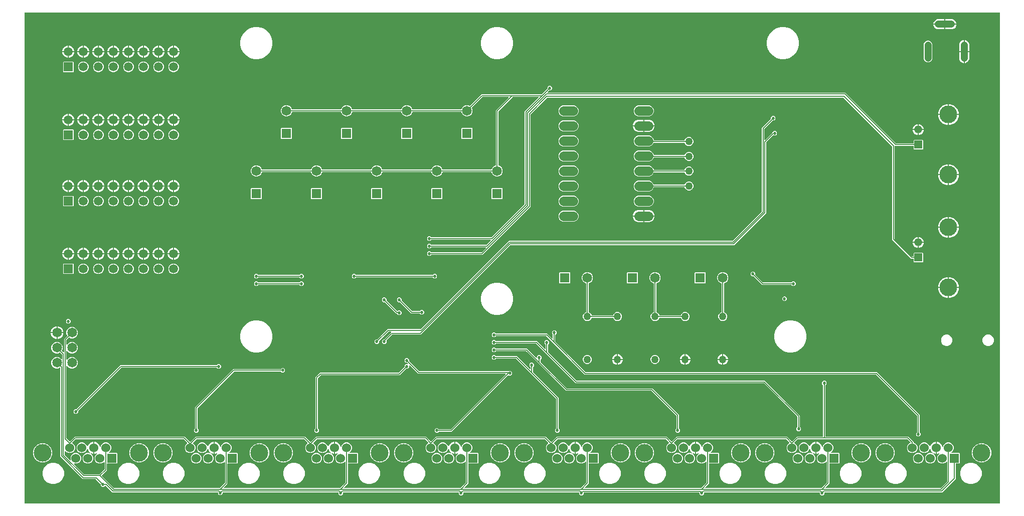
<source format=gbr>
G04 EAGLE Gerber RS-274X export*
G75*
%MOMM*%
%FSLAX34Y34*%
%LPD*%
%INBottom Copper*%
%IPPOS*%
%AMOC8*
5,1,8,0,0,1.08239X$1,22.5*%
G01*
G04 Define Apertures*
%ADD10C,1.575000*%
%ADD11C,1.260000*%
%ADD12R,1.500000X1.500000*%
%ADD13C,1.500000*%
%ADD14R,1.335000X1.335000*%
%ADD15C,1.335000*%
%ADD16C,3.000000*%
%ADD17C,1.650000*%
%ADD18R,1.650000X1.650000*%
%ADD19C,1.524000*%
%ADD20R,1.524000X1.524000*%
%ADD21C,1.200000*%
%ADD22C,0.525000*%
%ADD23C,0.152400*%
G36*
X1584803Y149412D02*
X1584506Y149352D01*
X-60706Y149352D01*
X-60981Y149403D01*
X-61236Y149567D01*
X-61408Y149817D01*
X-61468Y150114D01*
X-61468Y978156D01*
X-61417Y978431D01*
X-61253Y978686D01*
X-61003Y978858D01*
X-60706Y978918D01*
X1584506Y978918D01*
X1584781Y978867D01*
X1585036Y978703D01*
X1585208Y978453D01*
X1585268Y978156D01*
X1585268Y150114D01*
X1585217Y149839D01*
X1585053Y149584D01*
X1584803Y149412D01*
G37*
%LPC*%
G36*
X1473160Y959612D02*
X1491938Y959612D01*
X1491938Y967390D01*
X1480001Y967390D01*
X1476862Y966090D01*
X1474460Y963688D01*
X1473160Y960549D01*
X1473160Y959612D01*
G37*
G36*
X1493462Y959612D02*
X1512240Y959612D01*
X1512240Y960549D01*
X1510940Y963688D01*
X1508538Y966090D01*
X1505399Y967390D01*
X1493462Y967390D01*
X1493462Y959612D01*
G37*
G36*
X1493462Y950310D02*
X1505399Y950310D01*
X1508538Y951610D01*
X1510940Y954012D01*
X1512240Y957151D01*
X1512240Y958088D01*
X1493462Y958088D01*
X1493462Y950310D01*
G37*
G36*
X1480001Y950310D02*
X1491938Y950310D01*
X1491938Y958088D01*
X1473160Y958088D01*
X1473160Y957151D01*
X1474460Y954012D01*
X1476862Y951610D01*
X1480001Y950310D01*
G37*
G36*
X1215641Y900068D02*
X1222759Y900068D01*
X1229634Y901910D01*
X1235798Y905469D01*
X1240831Y910502D01*
X1244390Y916666D01*
X1246232Y923541D01*
X1246232Y930659D01*
X1244390Y937534D01*
X1240831Y943698D01*
X1235798Y948731D01*
X1229634Y952290D01*
X1222759Y954132D01*
X1215641Y954132D01*
X1208766Y952290D01*
X1202602Y948731D01*
X1197569Y943698D01*
X1194010Y937534D01*
X1192168Y930659D01*
X1192168Y923541D01*
X1194010Y916666D01*
X1197569Y910502D01*
X1202602Y905469D01*
X1208766Y901910D01*
X1215641Y900068D01*
G37*
G36*
X733041Y900068D02*
X740159Y900068D01*
X747034Y901910D01*
X753198Y905469D01*
X758231Y910502D01*
X761790Y916666D01*
X763632Y923541D01*
X763632Y930659D01*
X761790Y937534D01*
X758231Y943698D01*
X753198Y948731D01*
X747034Y952290D01*
X740159Y954132D01*
X733041Y954132D01*
X726166Y952290D01*
X720002Y948731D01*
X714969Y943698D01*
X711410Y937534D01*
X709568Y930659D01*
X709568Y923541D01*
X711410Y916666D01*
X714969Y910502D01*
X720002Y905469D01*
X726166Y901910D01*
X733041Y900068D01*
G37*
G36*
X326641Y900068D02*
X333759Y900068D01*
X340634Y901910D01*
X346798Y905469D01*
X351831Y910502D01*
X355390Y916666D01*
X357232Y923541D01*
X357232Y930659D01*
X355390Y937534D01*
X351831Y943698D01*
X346798Y948731D01*
X340634Y952290D01*
X333759Y954132D01*
X326641Y954132D01*
X319766Y952290D01*
X313602Y948731D01*
X308569Y943698D01*
X305010Y937534D01*
X303168Y930659D01*
X303168Y923541D01*
X305010Y916666D01*
X308569Y910502D01*
X313602Y905469D01*
X319766Y901910D01*
X326641Y900068D01*
G37*
G36*
X1516660Y913612D02*
X1524438Y913612D01*
X1524438Y932390D01*
X1523501Y932390D01*
X1520362Y931090D01*
X1517960Y928688D01*
X1516660Y925549D01*
X1516660Y913612D01*
G37*
G36*
X1525962Y913612D02*
X1533740Y913612D01*
X1533740Y925549D01*
X1532440Y928688D01*
X1530038Y931090D01*
X1526899Y932390D01*
X1525962Y932390D01*
X1525962Y913612D01*
G37*
G36*
X1462754Y894580D02*
X1465646Y894580D01*
X1468318Y895687D01*
X1470363Y897732D01*
X1471470Y900404D01*
X1471470Y925296D01*
X1470363Y927968D01*
X1468318Y930013D01*
X1465646Y931120D01*
X1462754Y931120D01*
X1460082Y930013D01*
X1458037Y927968D01*
X1456930Y925296D01*
X1456930Y900404D01*
X1458037Y897732D01*
X1460082Y895687D01*
X1462754Y894580D01*
G37*
G36*
X180460Y913244D02*
X189738Y913244D01*
X189738Y922522D01*
X188503Y922522D01*
X184813Y920993D01*
X181989Y918169D01*
X180460Y914479D01*
X180460Y913244D01*
G37*
G36*
X2660Y913244D02*
X11938Y913244D01*
X11938Y922522D01*
X10703Y922522D01*
X7013Y920993D01*
X4189Y918169D01*
X2660Y914479D01*
X2660Y913244D01*
G37*
G36*
X28060Y913244D02*
X37338Y913244D01*
X37338Y922522D01*
X36103Y922522D01*
X32413Y920993D01*
X29589Y918169D01*
X28060Y914479D01*
X28060Y913244D01*
G37*
G36*
X53460Y913244D02*
X62738Y913244D01*
X62738Y922522D01*
X61503Y922522D01*
X57813Y920993D01*
X54989Y918169D01*
X53460Y914479D01*
X53460Y913244D01*
G37*
G36*
X78860Y913244D02*
X88138Y913244D01*
X88138Y922522D01*
X86903Y922522D01*
X83213Y920993D01*
X80389Y918169D01*
X78860Y914479D01*
X78860Y913244D01*
G37*
G36*
X104260Y913244D02*
X113538Y913244D01*
X113538Y922522D01*
X112303Y922522D01*
X108613Y920993D01*
X105789Y918169D01*
X104260Y914479D01*
X104260Y913244D01*
G37*
G36*
X129660Y913244D02*
X138938Y913244D01*
X138938Y922522D01*
X137703Y922522D01*
X134013Y920993D01*
X131189Y918169D01*
X129660Y914479D01*
X129660Y913244D01*
G37*
G36*
X155060Y913244D02*
X164338Y913244D01*
X164338Y922522D01*
X163103Y922522D01*
X159413Y920993D01*
X156589Y918169D01*
X155060Y914479D01*
X155060Y913244D01*
G37*
G36*
X165862Y913244D02*
X175140Y913244D01*
X175140Y914479D01*
X173612Y918169D01*
X170787Y920993D01*
X167097Y922522D01*
X165862Y922522D01*
X165862Y913244D01*
G37*
G36*
X140462Y913244D02*
X149740Y913244D01*
X149740Y914479D01*
X148212Y918169D01*
X145387Y920993D01*
X141697Y922522D01*
X140462Y922522D01*
X140462Y913244D01*
G37*
G36*
X115062Y913244D02*
X124340Y913244D01*
X124340Y914479D01*
X122812Y918169D01*
X119987Y920993D01*
X116297Y922522D01*
X115062Y922522D01*
X115062Y913244D01*
G37*
G36*
X89662Y913244D02*
X98940Y913244D01*
X98940Y914479D01*
X97412Y918169D01*
X94587Y920993D01*
X90897Y922522D01*
X89662Y922522D01*
X89662Y913244D01*
G37*
G36*
X64262Y913244D02*
X73540Y913244D01*
X73540Y914479D01*
X72012Y918169D01*
X69187Y920993D01*
X65497Y922522D01*
X64262Y922522D01*
X64262Y913244D01*
G37*
G36*
X38862Y913244D02*
X48140Y913244D01*
X48140Y914479D01*
X46612Y918169D01*
X43787Y920993D01*
X40097Y922522D01*
X38862Y922522D01*
X38862Y913244D01*
G37*
G36*
X13462Y913244D02*
X22740Y913244D01*
X22740Y914479D01*
X21212Y918169D01*
X18387Y920993D01*
X14697Y922522D01*
X13462Y922522D01*
X13462Y913244D01*
G37*
G36*
X191262Y913244D02*
X200540Y913244D01*
X200540Y914479D01*
X199012Y918169D01*
X196187Y920993D01*
X192497Y922522D01*
X191262Y922522D01*
X191262Y913244D01*
G37*
G36*
X1525962Y893310D02*
X1526899Y893310D01*
X1530038Y894610D01*
X1532440Y897012D01*
X1533740Y900151D01*
X1533740Y912088D01*
X1525962Y912088D01*
X1525962Y893310D01*
G37*
G36*
X1523501Y893310D02*
X1524438Y893310D01*
X1524438Y912088D01*
X1516660Y912088D01*
X1516660Y900151D01*
X1517960Y897012D01*
X1520362Y894610D01*
X1523501Y893310D01*
G37*
G36*
X191262Y902442D02*
X192497Y902442D01*
X196187Y903970D01*
X199012Y906794D01*
X200540Y910485D01*
X200540Y911720D01*
X191262Y911720D01*
X191262Y902442D01*
G37*
G36*
X188503Y902442D02*
X189738Y902442D01*
X189738Y911720D01*
X180460Y911720D01*
X180460Y910485D01*
X181989Y906794D01*
X184813Y903970D01*
X188503Y902442D01*
G37*
G36*
X165862Y902442D02*
X167097Y902442D01*
X170787Y903970D01*
X173612Y906794D01*
X175140Y910485D01*
X175140Y911720D01*
X165862Y911720D01*
X165862Y902442D01*
G37*
G36*
X163103Y902442D02*
X164338Y902442D01*
X164338Y911720D01*
X155060Y911720D01*
X155060Y910485D01*
X156589Y906794D01*
X159413Y903970D01*
X163103Y902442D01*
G37*
G36*
X140462Y902442D02*
X141697Y902442D01*
X145387Y903970D01*
X148212Y906794D01*
X149740Y910485D01*
X149740Y911720D01*
X140462Y911720D01*
X140462Y902442D01*
G37*
G36*
X137703Y902442D02*
X138938Y902442D01*
X138938Y911720D01*
X129660Y911720D01*
X129660Y910485D01*
X131189Y906794D01*
X134013Y903970D01*
X137703Y902442D01*
G37*
G36*
X115062Y902442D02*
X116297Y902442D01*
X119987Y903970D01*
X122812Y906794D01*
X124340Y910485D01*
X124340Y911720D01*
X115062Y911720D01*
X115062Y902442D01*
G37*
G36*
X112303Y902442D02*
X113538Y902442D01*
X113538Y911720D01*
X104260Y911720D01*
X104260Y910485D01*
X105789Y906794D01*
X108613Y903970D01*
X112303Y902442D01*
G37*
G36*
X89662Y902442D02*
X90897Y902442D01*
X94587Y903970D01*
X97412Y906794D01*
X98940Y910485D01*
X98940Y911720D01*
X89662Y911720D01*
X89662Y902442D01*
G37*
G36*
X86903Y902442D02*
X88138Y902442D01*
X88138Y911720D01*
X78860Y911720D01*
X78860Y910485D01*
X80389Y906794D01*
X83213Y903970D01*
X86903Y902442D01*
G37*
G36*
X64262Y902442D02*
X65497Y902442D01*
X69187Y903970D01*
X72012Y906794D01*
X73540Y910485D01*
X73540Y911720D01*
X64262Y911720D01*
X64262Y902442D01*
G37*
G36*
X61503Y902442D02*
X62738Y902442D01*
X62738Y911720D01*
X53460Y911720D01*
X53460Y910485D01*
X54989Y906794D01*
X57813Y903970D01*
X61503Y902442D01*
G37*
G36*
X38862Y902442D02*
X40097Y902442D01*
X43787Y903970D01*
X46612Y906794D01*
X48140Y910485D01*
X48140Y911720D01*
X38862Y911720D01*
X38862Y902442D01*
G37*
G36*
X36103Y902442D02*
X37338Y902442D01*
X37338Y911720D01*
X28060Y911720D01*
X28060Y910485D01*
X29589Y906794D01*
X32413Y903970D01*
X36103Y902442D01*
G37*
G36*
X13462Y902442D02*
X14697Y902442D01*
X18387Y903970D01*
X21212Y906794D01*
X22740Y910485D01*
X22740Y911720D01*
X13462Y911720D01*
X13462Y902442D01*
G37*
G36*
X10703Y902442D02*
X11938Y902442D01*
X11938Y911720D01*
X2660Y911720D01*
X2660Y910485D01*
X4189Y906794D01*
X7013Y903970D01*
X10703Y902442D01*
G37*
G36*
X112556Y878312D02*
X116044Y878312D01*
X119268Y879647D01*
X121735Y882114D01*
X123070Y885337D01*
X123070Y888826D01*
X121735Y892049D01*
X119268Y894516D01*
X116044Y895852D01*
X112556Y895852D01*
X109332Y894516D01*
X106865Y892049D01*
X105530Y888826D01*
X105530Y885337D01*
X106865Y882114D01*
X109332Y879647D01*
X112556Y878312D01*
G37*
G36*
X87156Y878312D02*
X90644Y878312D01*
X93868Y879647D01*
X96335Y882114D01*
X97670Y885337D01*
X97670Y888826D01*
X96335Y892049D01*
X93868Y894516D01*
X90644Y895852D01*
X87156Y895852D01*
X83932Y894516D01*
X81465Y892049D01*
X80130Y888826D01*
X80130Y885337D01*
X81465Y882114D01*
X83932Y879647D01*
X87156Y878312D01*
G37*
G36*
X61756Y878312D02*
X65244Y878312D01*
X68468Y879647D01*
X70935Y882114D01*
X72270Y885337D01*
X72270Y888826D01*
X70935Y892049D01*
X68468Y894516D01*
X65244Y895852D01*
X61756Y895852D01*
X58532Y894516D01*
X56065Y892049D01*
X54730Y888826D01*
X54730Y885337D01*
X56065Y882114D01*
X58532Y879647D01*
X61756Y878312D01*
G37*
G36*
X36356Y878312D02*
X39844Y878312D01*
X43068Y879647D01*
X45535Y882114D01*
X46870Y885337D01*
X46870Y888826D01*
X45535Y892049D01*
X43068Y894516D01*
X39844Y895852D01*
X36356Y895852D01*
X33132Y894516D01*
X30665Y892049D01*
X29330Y888826D01*
X29330Y885337D01*
X30665Y882114D01*
X33132Y879647D01*
X36356Y878312D01*
G37*
G36*
X4674Y878312D02*
X20726Y878312D01*
X21470Y879056D01*
X21470Y895108D01*
X20726Y895852D01*
X4674Y895852D01*
X3930Y895108D01*
X3930Y879056D01*
X4674Y878312D01*
G37*
G36*
X163356Y878312D02*
X166844Y878312D01*
X170068Y879647D01*
X172535Y882114D01*
X173870Y885337D01*
X173870Y888826D01*
X172535Y892049D01*
X170068Y894516D01*
X166844Y895852D01*
X163356Y895852D01*
X160132Y894516D01*
X157665Y892049D01*
X156330Y888826D01*
X156330Y885337D01*
X157665Y882114D01*
X160132Y879647D01*
X163356Y878312D01*
G37*
G36*
X188756Y878312D02*
X192244Y878312D01*
X195468Y879647D01*
X197935Y882114D01*
X199270Y885337D01*
X199270Y888826D01*
X197935Y892049D01*
X195468Y894516D01*
X192244Y895852D01*
X188756Y895852D01*
X185532Y894516D01*
X183065Y892049D01*
X181730Y888826D01*
X181730Y885337D01*
X183065Y882114D01*
X185532Y879647D01*
X188756Y878312D01*
G37*
G36*
X137956Y878312D02*
X141444Y878312D01*
X144668Y879647D01*
X147135Y882114D01*
X148470Y885337D01*
X148470Y888826D01*
X147135Y892049D01*
X144668Y894516D01*
X141444Y895852D01*
X137956Y895852D01*
X134732Y894516D01*
X132265Y892049D01*
X130930Y888826D01*
X130930Y885337D01*
X132265Y882114D01*
X134732Y879647D01*
X137956Y878312D01*
G37*
G36*
X1440599Y557205D02*
X1455001Y557205D01*
X1455745Y557949D01*
X1455745Y572351D01*
X1455001Y573095D01*
X1440599Y573095D01*
X1439855Y572351D01*
X1439855Y567944D01*
X1439804Y567669D01*
X1439640Y567414D01*
X1439390Y567242D01*
X1439093Y567182D01*
X1437527Y567182D01*
X1437241Y567238D01*
X1436989Y567405D01*
X1408145Y596249D01*
X1407982Y596490D01*
X1407922Y596787D01*
X1407922Y752856D01*
X1407973Y753131D01*
X1408137Y753386D01*
X1408387Y753558D01*
X1408684Y753618D01*
X1439093Y753618D01*
X1439368Y753567D01*
X1439623Y753403D01*
X1439795Y753153D01*
X1439855Y752856D01*
X1439855Y748449D01*
X1440599Y747705D01*
X1455001Y747705D01*
X1455745Y748449D01*
X1455745Y762851D01*
X1455001Y763595D01*
X1440599Y763595D01*
X1439855Y762851D01*
X1439855Y758444D01*
X1439804Y758169D01*
X1439640Y757914D01*
X1439390Y757742D01*
X1439093Y757682D01*
X1410857Y757682D01*
X1410571Y757738D01*
X1410319Y757905D01*
X1324944Y843280D01*
X822593Y843280D01*
X822330Y843327D01*
X822072Y843486D01*
X821897Y843734D01*
X821831Y844030D01*
X821887Y844328D01*
X822055Y844581D01*
X824256Y846782D01*
X824497Y846945D01*
X824794Y847005D01*
X827113Y847005D01*
X829395Y849287D01*
X829395Y852513D01*
X827113Y854795D01*
X823887Y854795D01*
X821605Y852513D01*
X821605Y850194D01*
X821549Y849908D01*
X821382Y849656D01*
X812182Y840455D01*
X811940Y840292D01*
X811643Y840232D01*
X710358Y840232D01*
X691414Y821288D01*
X691178Y821128D01*
X690882Y821065D01*
X690584Y821123D01*
X687694Y822320D01*
X683906Y822320D01*
X680407Y820871D01*
X677729Y818193D01*
X676532Y815302D01*
X676376Y815064D01*
X676125Y814892D01*
X675828Y814832D01*
X594172Y814832D01*
X593892Y814885D01*
X593637Y815051D01*
X593468Y815302D01*
X592271Y818193D01*
X589593Y820871D01*
X586094Y822320D01*
X582306Y822320D01*
X578807Y820871D01*
X576129Y818193D01*
X574932Y815302D01*
X574776Y815064D01*
X574525Y814892D01*
X574228Y814832D01*
X492572Y814832D01*
X492292Y814885D01*
X492037Y815051D01*
X491868Y815302D01*
X490671Y818193D01*
X487993Y820871D01*
X484494Y822320D01*
X480706Y822320D01*
X477207Y820871D01*
X474529Y818193D01*
X473332Y815302D01*
X473176Y815064D01*
X472925Y814892D01*
X472628Y814832D01*
X390972Y814832D01*
X390692Y814885D01*
X390437Y815051D01*
X390268Y815302D01*
X389071Y818193D01*
X386393Y820871D01*
X382894Y822320D01*
X379106Y822320D01*
X375607Y820871D01*
X372929Y818193D01*
X371480Y814694D01*
X371480Y810906D01*
X372929Y807407D01*
X375607Y804729D01*
X379106Y803280D01*
X382894Y803280D01*
X386393Y804729D01*
X389071Y807407D01*
X390268Y810298D01*
X390425Y810536D01*
X390675Y810708D01*
X390972Y810768D01*
X472628Y810768D01*
X472909Y810715D01*
X473163Y810549D01*
X473332Y810298D01*
X474529Y807407D01*
X477207Y804729D01*
X480706Y803280D01*
X484494Y803280D01*
X487993Y804729D01*
X490671Y807407D01*
X491868Y810298D01*
X492025Y810536D01*
X492275Y810708D01*
X492572Y810768D01*
X574228Y810768D01*
X574509Y810715D01*
X574763Y810549D01*
X574932Y810298D01*
X576129Y807407D01*
X578807Y804729D01*
X582306Y803280D01*
X586094Y803280D01*
X589593Y804729D01*
X592271Y807407D01*
X593468Y810298D01*
X593625Y810536D01*
X593875Y810708D01*
X594172Y810768D01*
X675828Y810768D01*
X676109Y810715D01*
X676363Y810549D01*
X676532Y810298D01*
X677729Y807407D01*
X680407Y804729D01*
X683906Y803280D01*
X687694Y803280D01*
X691193Y804729D01*
X693871Y807407D01*
X695320Y810906D01*
X695320Y814694D01*
X694123Y817584D01*
X694065Y817863D01*
X694121Y818161D01*
X694288Y818414D01*
X711819Y835945D01*
X712060Y836108D01*
X712357Y836168D01*
X755255Y836168D01*
X755518Y836121D01*
X755776Y835962D01*
X755952Y835714D01*
X756017Y835418D01*
X755961Y835120D01*
X755794Y834867D01*
X734568Y813642D01*
X734568Y721172D01*
X734515Y720892D01*
X734349Y720637D01*
X734098Y720468D01*
X731207Y719271D01*
X728529Y716593D01*
X727332Y713702D01*
X727176Y713464D01*
X726925Y713292D01*
X726628Y713232D01*
X644972Y713232D01*
X644692Y713285D01*
X644437Y713451D01*
X644268Y713702D01*
X643071Y716593D01*
X640393Y719271D01*
X636894Y720720D01*
X633106Y720720D01*
X629607Y719271D01*
X626929Y716593D01*
X625732Y713702D01*
X625576Y713464D01*
X625325Y713292D01*
X625028Y713232D01*
X543372Y713232D01*
X543092Y713285D01*
X542837Y713451D01*
X542668Y713702D01*
X541471Y716593D01*
X538793Y719271D01*
X535294Y720720D01*
X531506Y720720D01*
X528007Y719271D01*
X525329Y716593D01*
X524132Y713702D01*
X523976Y713464D01*
X523725Y713292D01*
X523428Y713232D01*
X441772Y713232D01*
X441492Y713285D01*
X441237Y713451D01*
X441068Y713702D01*
X439871Y716593D01*
X437193Y719271D01*
X433694Y720720D01*
X429906Y720720D01*
X426407Y719271D01*
X423729Y716593D01*
X422532Y713702D01*
X422376Y713464D01*
X422125Y713292D01*
X421828Y713232D01*
X340172Y713232D01*
X339892Y713285D01*
X339637Y713451D01*
X339468Y713702D01*
X338271Y716593D01*
X335593Y719271D01*
X332094Y720720D01*
X328306Y720720D01*
X324807Y719271D01*
X322129Y716593D01*
X320680Y713094D01*
X320680Y709306D01*
X322129Y705807D01*
X324807Y703129D01*
X328306Y701680D01*
X332094Y701680D01*
X335593Y703129D01*
X338271Y705807D01*
X339468Y708698D01*
X339625Y708936D01*
X339875Y709108D01*
X340172Y709168D01*
X421828Y709168D01*
X422109Y709115D01*
X422363Y708949D01*
X422532Y708698D01*
X423729Y705807D01*
X426407Y703129D01*
X429906Y701680D01*
X433694Y701680D01*
X437193Y703129D01*
X439871Y705807D01*
X441068Y708698D01*
X441225Y708936D01*
X441475Y709108D01*
X441772Y709168D01*
X523428Y709168D01*
X523709Y709115D01*
X523963Y708949D01*
X524132Y708698D01*
X525329Y705807D01*
X528007Y703129D01*
X531506Y701680D01*
X535294Y701680D01*
X538793Y703129D01*
X541471Y705807D01*
X542668Y708698D01*
X542825Y708936D01*
X543075Y709108D01*
X543372Y709168D01*
X625028Y709168D01*
X625309Y709115D01*
X625563Y708949D01*
X625732Y708698D01*
X626929Y705807D01*
X629607Y703129D01*
X633106Y701680D01*
X636894Y701680D01*
X640393Y703129D01*
X643071Y705807D01*
X644268Y708698D01*
X644425Y708936D01*
X644675Y709108D01*
X644972Y709168D01*
X726628Y709168D01*
X726909Y709115D01*
X727163Y708949D01*
X727332Y708698D01*
X728529Y705807D01*
X731207Y703129D01*
X734706Y701680D01*
X738494Y701680D01*
X741993Y703129D01*
X744671Y705807D01*
X746120Y709306D01*
X746120Y713094D01*
X744671Y716593D01*
X741993Y719271D01*
X739102Y720468D01*
X738864Y720625D01*
X738692Y720875D01*
X738632Y721172D01*
X738632Y811643D01*
X738688Y811929D01*
X738855Y812182D01*
X762619Y835945D01*
X762860Y836108D01*
X763157Y836168D01*
X806055Y836168D01*
X806318Y836121D01*
X806576Y835962D01*
X806752Y835714D01*
X806817Y835418D01*
X806761Y835120D01*
X806594Y834867D01*
X783204Y811478D01*
X783204Y655314D01*
X783148Y655028D01*
X782981Y654776D01*
X727360Y599155D01*
X727119Y598992D01*
X726822Y598932D01*
X626092Y598932D01*
X625806Y598988D01*
X625553Y599155D01*
X623913Y600795D01*
X620687Y600795D01*
X618405Y598513D01*
X618405Y595287D01*
X620687Y593005D01*
X623913Y593005D01*
X625553Y594645D01*
X625795Y594808D01*
X626092Y594868D01*
X725544Y594868D01*
X725807Y594821D01*
X726066Y594662D01*
X726241Y594414D01*
X726306Y594118D01*
X726250Y593820D01*
X726083Y593567D01*
X718971Y586455D01*
X718729Y586292D01*
X718432Y586232D01*
X626092Y586232D01*
X625806Y586288D01*
X625553Y586455D01*
X623913Y588095D01*
X620687Y588095D01*
X618405Y585813D01*
X618405Y582587D01*
X620687Y580305D01*
X623913Y580305D01*
X625553Y581945D01*
X625795Y582108D01*
X626092Y582168D01*
X717155Y582168D01*
X717418Y582121D01*
X717676Y581962D01*
X717852Y581714D01*
X717917Y581418D01*
X717861Y581120D01*
X717694Y580867D01*
X710582Y573755D01*
X710340Y573592D01*
X710043Y573532D01*
X626092Y573532D01*
X625806Y573588D01*
X625553Y573755D01*
X623913Y575395D01*
X620687Y575395D01*
X618405Y573113D01*
X618405Y569887D01*
X620687Y567605D01*
X623913Y567605D01*
X625553Y569245D01*
X625795Y569408D01*
X626092Y569468D01*
X712042Y569468D01*
X793364Y650790D01*
X793364Y806524D01*
X793420Y806810D01*
X793587Y807063D01*
X821119Y834594D01*
X821360Y834757D01*
X821658Y834818D01*
X1320993Y834818D01*
X1321279Y834762D01*
X1321532Y834594D01*
X1403635Y752492D01*
X1403798Y752250D01*
X1403858Y751953D01*
X1403858Y594788D01*
X1435528Y563118D01*
X1439093Y563118D01*
X1439368Y563067D01*
X1439623Y562903D01*
X1439795Y562653D01*
X1439855Y562356D01*
X1439855Y557949D01*
X1440599Y557205D01*
G37*
G36*
X1499362Y807212D02*
X1516140Y807212D01*
X1516140Y809939D01*
X1513470Y816386D01*
X1508536Y821320D01*
X1502089Y823990D01*
X1499362Y823990D01*
X1499362Y807212D01*
G37*
G36*
X1481060Y807212D02*
X1497838Y807212D01*
X1497838Y823990D01*
X1495111Y823990D01*
X1488664Y821320D01*
X1483730Y816386D01*
X1481060Y809939D01*
X1481060Y807212D01*
G37*
G36*
X847556Y803655D02*
X866944Y803655D01*
X870305Y805047D01*
X872878Y807620D01*
X874270Y810981D01*
X874270Y814619D01*
X872878Y817980D01*
X870305Y820553D01*
X866944Y821945D01*
X847556Y821945D01*
X844195Y820553D01*
X841622Y817980D01*
X840230Y814619D01*
X840230Y810981D01*
X841622Y807620D01*
X844195Y805047D01*
X847556Y803655D01*
G37*
G36*
X974556Y803655D02*
X993944Y803655D01*
X997305Y805047D01*
X999878Y807620D01*
X1001270Y810981D01*
X1001270Y814619D01*
X999878Y817980D01*
X997305Y820553D01*
X993944Y821945D01*
X974556Y821945D01*
X971195Y820553D01*
X968622Y817980D01*
X967230Y814619D01*
X967230Y810981D01*
X968622Y807620D01*
X971195Y805047D01*
X974556Y803655D01*
G37*
G36*
X13462Y798364D02*
X22740Y798364D01*
X22740Y799599D01*
X21212Y803289D01*
X18387Y806113D01*
X14697Y807642D01*
X13462Y807642D01*
X13462Y798364D01*
G37*
G36*
X140462Y798364D02*
X149740Y798364D01*
X149740Y799599D01*
X148212Y803289D01*
X145387Y806113D01*
X141697Y807642D01*
X140462Y807642D01*
X140462Y798364D01*
G37*
G36*
X38862Y798364D02*
X48140Y798364D01*
X48140Y799599D01*
X46612Y803289D01*
X43787Y806113D01*
X40097Y807642D01*
X38862Y807642D01*
X38862Y798364D01*
G37*
G36*
X64262Y798364D02*
X73540Y798364D01*
X73540Y799599D01*
X72012Y803289D01*
X69187Y806113D01*
X65497Y807642D01*
X64262Y807642D01*
X64262Y798364D01*
G37*
G36*
X53460Y798364D02*
X62738Y798364D01*
X62738Y807642D01*
X61503Y807642D01*
X57813Y806113D01*
X54989Y803289D01*
X53460Y799599D01*
X53460Y798364D01*
G37*
G36*
X2660Y798364D02*
X11938Y798364D01*
X11938Y807642D01*
X10703Y807642D01*
X7013Y806113D01*
X4189Y803289D01*
X2660Y799599D01*
X2660Y798364D01*
G37*
G36*
X129660Y798364D02*
X138938Y798364D01*
X138938Y807642D01*
X137703Y807642D01*
X134013Y806113D01*
X131189Y803289D01*
X129660Y799599D01*
X129660Y798364D01*
G37*
G36*
X28060Y798364D02*
X37338Y798364D01*
X37338Y807642D01*
X36103Y807642D01*
X32413Y806113D01*
X29589Y803289D01*
X28060Y799599D01*
X28060Y798364D01*
G37*
G36*
X89662Y798364D02*
X98940Y798364D01*
X98940Y799599D01*
X97412Y803289D01*
X94587Y806113D01*
X90897Y807642D01*
X89662Y807642D01*
X89662Y798364D01*
G37*
G36*
X115062Y798364D02*
X124340Y798364D01*
X124340Y799599D01*
X122812Y803289D01*
X119987Y806113D01*
X116297Y807642D01*
X115062Y807642D01*
X115062Y798364D01*
G37*
G36*
X191262Y798364D02*
X200540Y798364D01*
X200540Y799599D01*
X199012Y803289D01*
X196187Y806113D01*
X192497Y807642D01*
X191262Y807642D01*
X191262Y798364D01*
G37*
G36*
X165862Y798364D02*
X175140Y798364D01*
X175140Y799599D01*
X173612Y803289D01*
X170787Y806113D01*
X167097Y807642D01*
X165862Y807642D01*
X165862Y798364D01*
G37*
G36*
X155060Y798364D02*
X164338Y798364D01*
X164338Y807642D01*
X163103Y807642D01*
X159413Y806113D01*
X156589Y803289D01*
X155060Y799599D01*
X155060Y798364D01*
G37*
G36*
X180460Y798364D02*
X189738Y798364D01*
X189738Y807642D01*
X188503Y807642D01*
X184813Y806113D01*
X181989Y803289D01*
X180460Y799599D01*
X180460Y798364D01*
G37*
G36*
X104260Y798364D02*
X113538Y798364D01*
X113538Y807642D01*
X112303Y807642D01*
X108613Y806113D01*
X105789Y803289D01*
X104260Y799599D01*
X104260Y798364D01*
G37*
G36*
X78860Y798364D02*
X88138Y798364D01*
X88138Y807642D01*
X86903Y807642D01*
X83213Y806113D01*
X80389Y803289D01*
X78860Y799599D01*
X78860Y798364D01*
G37*
G36*
X1499362Y788910D02*
X1502089Y788910D01*
X1508536Y791580D01*
X1513470Y796514D01*
X1516140Y802961D01*
X1516140Y805688D01*
X1499362Y805688D01*
X1499362Y788910D01*
G37*
G36*
X1495111Y788910D02*
X1497838Y788910D01*
X1497838Y805688D01*
X1481060Y805688D01*
X1481060Y802961D01*
X1483730Y796514D01*
X1488664Y791580D01*
X1495111Y788910D01*
G37*
G36*
X531787Y419015D02*
X535013Y419015D01*
X537295Y421297D01*
X537295Y423616D01*
X537351Y423902D01*
X537518Y424155D01*
X553069Y439705D01*
X553310Y439868D01*
X553607Y439928D01*
X557135Y439928D01*
X557398Y439881D01*
X557656Y439722D01*
X557832Y439474D01*
X557897Y439178D01*
X557841Y438880D01*
X557674Y438627D01*
X546075Y427028D01*
X545833Y426865D01*
X545536Y426805D01*
X544487Y426805D01*
X542205Y424523D01*
X542205Y421297D01*
X544487Y419015D01*
X547713Y419015D01*
X549995Y421297D01*
X549995Y424744D01*
X549972Y424850D01*
X550027Y425148D01*
X550195Y425401D01*
X559419Y434625D01*
X559660Y434788D01*
X559957Y434848D01*
X607902Y434848D01*
X758809Y585755D01*
X759050Y585918D01*
X759347Y585978D01*
X1136722Y585978D01*
X1190752Y640008D01*
X1190752Y759072D01*
X1190808Y759358D01*
X1190975Y759611D01*
X1202354Y770990D01*
X1202585Y771148D01*
X1202881Y771213D01*
X1203179Y771157D01*
X1203432Y770990D01*
X1203617Y770805D01*
X1206843Y770805D01*
X1209125Y773087D01*
X1209125Y776313D01*
X1206843Y778595D01*
X1203617Y778595D01*
X1201335Y776313D01*
X1201335Y776034D01*
X1201279Y775748D01*
X1201112Y775495D01*
X1189005Y763388D01*
X1188785Y763235D01*
X1188490Y763165D01*
X1188191Y763216D01*
X1187936Y763379D01*
X1187764Y763630D01*
X1187704Y763927D01*
X1187704Y781925D01*
X1187760Y782211D01*
X1187927Y782464D01*
X1201446Y795982D01*
X1201687Y796145D01*
X1201984Y796205D01*
X1204303Y796205D01*
X1206585Y798487D01*
X1206585Y801713D01*
X1204303Y803995D01*
X1201077Y803995D01*
X1198795Y801713D01*
X1198795Y799394D01*
X1198739Y799108D01*
X1198572Y798856D01*
X1183640Y783924D01*
X1183640Y642910D01*
X1183584Y642624D01*
X1183417Y642371D01*
X1134359Y593313D01*
X1134117Y593150D01*
X1133820Y593090D01*
X756445Y593090D01*
X607570Y444215D01*
X607329Y444052D01*
X607031Y443992D01*
X551608Y443992D01*
X534645Y427028D01*
X534403Y426865D01*
X534106Y426805D01*
X531787Y426805D01*
X529505Y424523D01*
X529505Y421297D01*
X531787Y419015D01*
G37*
G36*
X965960Y788162D02*
X983488Y788162D01*
X983488Y797815D01*
X974303Y797815D01*
X970475Y796229D01*
X967546Y793300D01*
X965960Y789472D01*
X965960Y788162D01*
G37*
G36*
X985012Y788162D02*
X1002540Y788162D01*
X1002540Y789472D01*
X1000954Y793300D01*
X998025Y796229D01*
X994197Y797815D01*
X985012Y797815D01*
X985012Y788162D01*
G37*
G36*
X61503Y787562D02*
X62738Y787562D01*
X62738Y796840D01*
X53460Y796840D01*
X53460Y795604D01*
X54989Y791914D01*
X57813Y789090D01*
X61503Y787562D01*
G37*
G36*
X36103Y787562D02*
X37338Y787562D01*
X37338Y796840D01*
X28060Y796840D01*
X28060Y795604D01*
X29589Y791914D01*
X32413Y789090D01*
X36103Y787562D01*
G37*
G36*
X10703Y787562D02*
X11938Y787562D01*
X11938Y796840D01*
X2660Y796840D01*
X2660Y795604D01*
X4189Y791914D01*
X7013Y789090D01*
X10703Y787562D01*
G37*
G36*
X13462Y787562D02*
X14697Y787562D01*
X18387Y789090D01*
X21212Y791914D01*
X22740Y795604D01*
X22740Y796840D01*
X13462Y796840D01*
X13462Y787562D01*
G37*
G36*
X38862Y787562D02*
X40097Y787562D01*
X43787Y789090D01*
X46612Y791914D01*
X48140Y795604D01*
X48140Y796840D01*
X38862Y796840D01*
X38862Y787562D01*
G37*
G36*
X64262Y787562D02*
X65497Y787562D01*
X69187Y789090D01*
X72012Y791914D01*
X73540Y795604D01*
X73540Y796840D01*
X64262Y796840D01*
X64262Y787562D01*
G37*
G36*
X86903Y787562D02*
X88138Y787562D01*
X88138Y796840D01*
X78860Y796840D01*
X78860Y795604D01*
X80389Y791914D01*
X83213Y789090D01*
X86903Y787562D01*
G37*
G36*
X89662Y787562D02*
X90897Y787562D01*
X94587Y789090D01*
X97412Y791914D01*
X98940Y795604D01*
X98940Y796840D01*
X89662Y796840D01*
X89662Y787562D01*
G37*
G36*
X112303Y787562D02*
X113538Y787562D01*
X113538Y796840D01*
X104260Y796840D01*
X104260Y795604D01*
X105789Y791914D01*
X108613Y789090D01*
X112303Y787562D01*
G37*
G36*
X115062Y787562D02*
X116297Y787562D01*
X119987Y789090D01*
X122812Y791914D01*
X124340Y795604D01*
X124340Y796840D01*
X115062Y796840D01*
X115062Y787562D01*
G37*
G36*
X137703Y787562D02*
X138938Y787562D01*
X138938Y796840D01*
X129660Y796840D01*
X129660Y795604D01*
X131189Y791914D01*
X134013Y789090D01*
X137703Y787562D01*
G37*
G36*
X140462Y787562D02*
X141697Y787562D01*
X145387Y789090D01*
X148212Y791914D01*
X149740Y795604D01*
X149740Y796840D01*
X140462Y796840D01*
X140462Y787562D01*
G37*
G36*
X163103Y787562D02*
X164338Y787562D01*
X164338Y796840D01*
X155060Y796840D01*
X155060Y795604D01*
X156589Y791914D01*
X159413Y789090D01*
X163103Y787562D01*
G37*
G36*
X165862Y787562D02*
X167097Y787562D01*
X170787Y789090D01*
X173612Y791914D01*
X175140Y795604D01*
X175140Y796840D01*
X165862Y796840D01*
X165862Y787562D01*
G37*
G36*
X188503Y787562D02*
X189738Y787562D01*
X189738Y796840D01*
X180460Y796840D01*
X180460Y795604D01*
X181989Y791914D01*
X184813Y789090D01*
X188503Y787562D01*
G37*
G36*
X191262Y787562D02*
X192497Y787562D01*
X196187Y789090D01*
X199012Y791914D01*
X200540Y795604D01*
X200540Y796840D01*
X191262Y796840D01*
X191262Y787562D01*
G37*
G36*
X847556Y778255D02*
X866944Y778255D01*
X870305Y779647D01*
X872878Y782220D01*
X874270Y785581D01*
X874270Y789219D01*
X872878Y792580D01*
X870305Y795153D01*
X866944Y796545D01*
X847556Y796545D01*
X844195Y795153D01*
X841622Y792580D01*
X840230Y789219D01*
X840230Y785581D01*
X841622Y782220D01*
X844195Y779647D01*
X847556Y778255D01*
G37*
G36*
X1438585Y781812D02*
X1447038Y781812D01*
X1447038Y790265D01*
X1445967Y790265D01*
X1442580Y788862D01*
X1439988Y786270D01*
X1438585Y782883D01*
X1438585Y781812D01*
G37*
G36*
X1448562Y781812D02*
X1457015Y781812D01*
X1457015Y782883D01*
X1455612Y786270D01*
X1453020Y788862D01*
X1449633Y790265D01*
X1448562Y790265D01*
X1448562Y781812D01*
G37*
G36*
X985012Y776985D02*
X994197Y776985D01*
X998025Y778571D01*
X1000954Y781500D01*
X1002540Y785328D01*
X1002540Y786638D01*
X985012Y786638D01*
X985012Y776985D01*
G37*
G36*
X974303Y776985D02*
X983488Y776985D01*
X983488Y786638D01*
X965960Y786638D01*
X965960Y785328D01*
X967546Y781500D01*
X970475Y778571D01*
X974303Y776985D01*
G37*
G36*
X677024Y765180D02*
X694576Y765180D01*
X695320Y765924D01*
X695320Y783476D01*
X694576Y784220D01*
X677024Y784220D01*
X676280Y783476D01*
X676280Y765924D01*
X677024Y765180D01*
G37*
G36*
X575424Y765180D02*
X592976Y765180D01*
X593720Y765924D01*
X593720Y783476D01*
X592976Y784220D01*
X575424Y784220D01*
X574680Y783476D01*
X574680Y765924D01*
X575424Y765180D01*
G37*
G36*
X372224Y765180D02*
X389776Y765180D01*
X390520Y765924D01*
X390520Y783476D01*
X389776Y784220D01*
X372224Y784220D01*
X371480Y783476D01*
X371480Y765924D01*
X372224Y765180D01*
G37*
G36*
X473824Y765180D02*
X491376Y765180D01*
X492120Y765924D01*
X492120Y783476D01*
X491376Y784220D01*
X473824Y784220D01*
X473080Y783476D01*
X473080Y765924D01*
X473824Y765180D01*
G37*
G36*
X137956Y763432D02*
X141444Y763432D01*
X144668Y764767D01*
X147135Y767234D01*
X148470Y770457D01*
X148470Y773946D01*
X147135Y777169D01*
X144668Y779636D01*
X141444Y780972D01*
X137956Y780972D01*
X134732Y779636D01*
X132265Y777169D01*
X130930Y773946D01*
X130930Y770457D01*
X132265Y767234D01*
X134732Y764767D01*
X137956Y763432D01*
G37*
G36*
X163356Y763432D02*
X166844Y763432D01*
X170068Y764767D01*
X172535Y767234D01*
X173870Y770457D01*
X173870Y773946D01*
X172535Y777169D01*
X170068Y779636D01*
X166844Y780972D01*
X163356Y780972D01*
X160132Y779636D01*
X157665Y777169D01*
X156330Y773946D01*
X156330Y770457D01*
X157665Y767234D01*
X160132Y764767D01*
X163356Y763432D01*
G37*
G36*
X188756Y763432D02*
X192244Y763432D01*
X195468Y764767D01*
X197935Y767234D01*
X199270Y770457D01*
X199270Y773946D01*
X197935Y777169D01*
X195468Y779636D01*
X192244Y780972D01*
X188756Y780972D01*
X185532Y779636D01*
X183065Y777169D01*
X181730Y773946D01*
X181730Y770457D01*
X183065Y767234D01*
X185532Y764767D01*
X188756Y763432D01*
G37*
G36*
X112556Y763432D02*
X116044Y763432D01*
X119268Y764767D01*
X121735Y767234D01*
X123070Y770457D01*
X123070Y773946D01*
X121735Y777169D01*
X119268Y779636D01*
X116044Y780972D01*
X112556Y780972D01*
X109332Y779636D01*
X106865Y777169D01*
X105530Y773946D01*
X105530Y770457D01*
X106865Y767234D01*
X109332Y764767D01*
X112556Y763432D01*
G37*
G36*
X87156Y763432D02*
X90644Y763432D01*
X93868Y764767D01*
X96335Y767234D01*
X97670Y770457D01*
X97670Y773946D01*
X96335Y777169D01*
X93868Y779636D01*
X90644Y780972D01*
X87156Y780972D01*
X83932Y779636D01*
X81465Y777169D01*
X80130Y773946D01*
X80130Y770457D01*
X81465Y767234D01*
X83932Y764767D01*
X87156Y763432D01*
G37*
G36*
X61756Y763432D02*
X65244Y763432D01*
X68468Y764767D01*
X70935Y767234D01*
X72270Y770457D01*
X72270Y773946D01*
X70935Y777169D01*
X68468Y779636D01*
X65244Y780972D01*
X61756Y780972D01*
X58532Y779636D01*
X56065Y777169D01*
X54730Y773946D01*
X54730Y770457D01*
X56065Y767234D01*
X58532Y764767D01*
X61756Y763432D01*
G37*
G36*
X36356Y763432D02*
X39844Y763432D01*
X43068Y764767D01*
X45535Y767234D01*
X46870Y770457D01*
X46870Y773946D01*
X45535Y777169D01*
X43068Y779636D01*
X39844Y780972D01*
X36356Y780972D01*
X33132Y779636D01*
X30665Y777169D01*
X29330Y773946D01*
X29330Y770457D01*
X30665Y767234D01*
X33132Y764767D01*
X36356Y763432D01*
G37*
G36*
X4674Y763432D02*
X20726Y763432D01*
X21470Y764176D01*
X21470Y780228D01*
X20726Y780972D01*
X4674Y780972D01*
X3930Y780228D01*
X3930Y764176D01*
X4674Y763432D01*
G37*
G36*
X1448562Y771835D02*
X1449633Y771835D01*
X1453020Y773238D01*
X1455612Y775830D01*
X1457015Y779217D01*
X1457015Y780288D01*
X1448562Y780288D01*
X1448562Y771835D01*
G37*
G36*
X1445967Y771835D02*
X1447038Y771835D01*
X1447038Y780288D01*
X1438585Y780288D01*
X1438585Y779217D01*
X1439988Y775830D01*
X1442580Y773238D01*
X1445967Y771835D01*
G37*
G36*
X847556Y752855D02*
X866944Y752855D01*
X870305Y754247D01*
X872878Y756820D01*
X874270Y760181D01*
X874270Y763819D01*
X872878Y767180D01*
X870305Y769753D01*
X866944Y771145D01*
X847556Y771145D01*
X844195Y769753D01*
X841622Y767180D01*
X840230Y763819D01*
X840230Y760181D01*
X841622Y756820D01*
X844195Y754247D01*
X847556Y752855D01*
G37*
G36*
X974556Y752855D02*
X993944Y752855D01*
X997305Y754247D01*
X999878Y756820D01*
X1000490Y758298D01*
X1000647Y758536D01*
X1000897Y758708D01*
X1001194Y758768D01*
X1052589Y758768D01*
X1052869Y758715D01*
X1053123Y758549D01*
X1053293Y758298D01*
X1054032Y756512D01*
X1056162Y754382D01*
X1058944Y753230D01*
X1061956Y753230D01*
X1064738Y754382D01*
X1066868Y756512D01*
X1068020Y759294D01*
X1068020Y762306D01*
X1066868Y765088D01*
X1064738Y767218D01*
X1061956Y768370D01*
X1058944Y768370D01*
X1056162Y767218D01*
X1054032Y765088D01*
X1053293Y763302D01*
X1053136Y763064D01*
X1052886Y762892D01*
X1052589Y762832D01*
X1002032Y762832D01*
X1001757Y762883D01*
X1001502Y763047D01*
X1001330Y763297D01*
X1001270Y763594D01*
X1001270Y763819D01*
X999878Y767180D01*
X997305Y769753D01*
X993944Y771145D01*
X974556Y771145D01*
X971195Y769753D01*
X968622Y767180D01*
X967230Y763819D01*
X967230Y760181D01*
X968622Y756820D01*
X971195Y754247D01*
X974556Y752855D01*
G37*
G36*
X847556Y727455D02*
X866944Y727455D01*
X870305Y728847D01*
X872878Y731420D01*
X874270Y734781D01*
X874270Y738419D01*
X872878Y741780D01*
X870305Y744353D01*
X866944Y745745D01*
X847556Y745745D01*
X844195Y744353D01*
X841622Y741780D01*
X840230Y738419D01*
X840230Y734781D01*
X841622Y731420D01*
X844195Y728847D01*
X847556Y727455D01*
G37*
G36*
X974556Y727455D02*
X993944Y727455D01*
X997305Y728847D01*
X999878Y731420D01*
X1000656Y733298D01*
X1000812Y733536D01*
X1001062Y733708D01*
X1001360Y733768D01*
X1052589Y733768D01*
X1052869Y733715D01*
X1053123Y733549D01*
X1053293Y733298D01*
X1054032Y731512D01*
X1056162Y729382D01*
X1058944Y728230D01*
X1061956Y728230D01*
X1064738Y729382D01*
X1066868Y731512D01*
X1068020Y734294D01*
X1068020Y737306D01*
X1066868Y740088D01*
X1064738Y742218D01*
X1061956Y743370D01*
X1058944Y743370D01*
X1056162Y742218D01*
X1054032Y740088D01*
X1053293Y738302D01*
X1053136Y738064D01*
X1052886Y737892D01*
X1052589Y737832D01*
X1002022Y737832D01*
X1001742Y737885D01*
X1001488Y738051D01*
X1001318Y738302D01*
X999878Y741780D01*
X997305Y744353D01*
X993944Y745745D01*
X974556Y745745D01*
X971195Y744353D01*
X968622Y741780D01*
X967230Y738419D01*
X967230Y734781D01*
X968622Y731420D01*
X971195Y728847D01*
X974556Y727455D01*
G37*
G36*
X1499362Y705612D02*
X1516140Y705612D01*
X1516140Y708339D01*
X1513470Y714786D01*
X1508536Y719720D01*
X1502089Y722390D01*
X1499362Y722390D01*
X1499362Y705612D01*
G37*
G36*
X1481060Y705612D02*
X1497838Y705612D01*
X1497838Y722390D01*
X1495111Y722390D01*
X1488664Y719720D01*
X1483730Y714786D01*
X1481060Y708339D01*
X1481060Y705612D01*
G37*
G36*
X847556Y702055D02*
X866944Y702055D01*
X870305Y703447D01*
X872878Y706020D01*
X874270Y709381D01*
X874270Y713019D01*
X872878Y716380D01*
X870305Y718953D01*
X866944Y720345D01*
X847556Y720345D01*
X844195Y718953D01*
X841622Y716380D01*
X840230Y713019D01*
X840230Y709381D01*
X841622Y706020D01*
X844195Y703447D01*
X847556Y702055D01*
G37*
G36*
X974556Y702055D02*
X993944Y702055D01*
X997305Y703447D01*
X999878Y706020D01*
X1000821Y708298D01*
X1000978Y708536D01*
X1001228Y708708D01*
X1001525Y708768D01*
X1052589Y708768D01*
X1052869Y708715D01*
X1053123Y708549D01*
X1053293Y708298D01*
X1054032Y706512D01*
X1056162Y704382D01*
X1058944Y703230D01*
X1061956Y703230D01*
X1064738Y704382D01*
X1066868Y706512D01*
X1068020Y709294D01*
X1068020Y712306D01*
X1066868Y715088D01*
X1064738Y717218D01*
X1061956Y718370D01*
X1058944Y718370D01*
X1056162Y717218D01*
X1054032Y715088D01*
X1053293Y713302D01*
X1053136Y713064D01*
X1052886Y712892D01*
X1052589Y712832D01*
X1001857Y712832D01*
X1001576Y712885D01*
X1001322Y713051D01*
X1001153Y713302D01*
X999878Y716380D01*
X997305Y718953D01*
X993944Y720345D01*
X974556Y720345D01*
X971195Y718953D01*
X968622Y716380D01*
X967230Y713019D01*
X967230Y709381D01*
X968622Y706020D01*
X971195Y703447D01*
X974556Y702055D01*
G37*
G36*
X1499362Y687310D02*
X1502089Y687310D01*
X1508536Y689980D01*
X1513470Y694914D01*
X1516140Y701361D01*
X1516140Y704088D01*
X1499362Y704088D01*
X1499362Y687310D01*
G37*
G36*
X1495111Y687310D02*
X1497838Y687310D01*
X1497838Y704088D01*
X1481060Y704088D01*
X1481060Y701361D01*
X1483730Y694914D01*
X1488664Y689980D01*
X1495111Y687310D01*
G37*
G36*
X104260Y686562D02*
X113538Y686562D01*
X113538Y695840D01*
X112303Y695840D01*
X108613Y694312D01*
X105789Y691487D01*
X104260Y687797D01*
X104260Y686562D01*
G37*
G36*
X140462Y686562D02*
X149740Y686562D01*
X149740Y687797D01*
X148212Y691487D01*
X145387Y694312D01*
X141697Y695840D01*
X140462Y695840D01*
X140462Y686562D01*
G37*
G36*
X89662Y686562D02*
X98940Y686562D01*
X98940Y687797D01*
X97412Y691487D01*
X94587Y694312D01*
X90897Y695840D01*
X89662Y695840D01*
X89662Y686562D01*
G37*
G36*
X64262Y686562D02*
X73540Y686562D01*
X73540Y687797D01*
X72012Y691487D01*
X69187Y694312D01*
X65497Y695840D01*
X64262Y695840D01*
X64262Y686562D01*
G37*
G36*
X78860Y686562D02*
X88138Y686562D01*
X88138Y695840D01*
X86903Y695840D01*
X83213Y694312D01*
X80389Y691487D01*
X78860Y687797D01*
X78860Y686562D01*
G37*
G36*
X53460Y686562D02*
X62738Y686562D01*
X62738Y695840D01*
X61503Y695840D01*
X57813Y694312D01*
X54989Y691487D01*
X53460Y687797D01*
X53460Y686562D01*
G37*
G36*
X180460Y686562D02*
X189738Y686562D01*
X189738Y695840D01*
X188503Y695840D01*
X184813Y694312D01*
X181989Y691487D01*
X180460Y687797D01*
X180460Y686562D01*
G37*
G36*
X155060Y686562D02*
X164338Y686562D01*
X164338Y695840D01*
X163103Y695840D01*
X159413Y694312D01*
X156589Y691487D01*
X155060Y687797D01*
X155060Y686562D01*
G37*
G36*
X129660Y686562D02*
X138938Y686562D01*
X138938Y695840D01*
X137703Y695840D01*
X134013Y694312D01*
X131189Y691487D01*
X129660Y687797D01*
X129660Y686562D01*
G37*
G36*
X191262Y686562D02*
X200540Y686562D01*
X200540Y687797D01*
X199012Y691487D01*
X196187Y694312D01*
X192497Y695840D01*
X191262Y695840D01*
X191262Y686562D01*
G37*
G36*
X28060Y686562D02*
X37338Y686562D01*
X37338Y695840D01*
X36103Y695840D01*
X32413Y694312D01*
X29589Y691487D01*
X28060Y687797D01*
X28060Y686562D01*
G37*
G36*
X2660Y686562D02*
X11938Y686562D01*
X11938Y695840D01*
X10703Y695840D01*
X7013Y694312D01*
X4189Y691487D01*
X2660Y687797D01*
X2660Y686562D01*
G37*
G36*
X13462Y686562D02*
X22740Y686562D01*
X22740Y687797D01*
X21212Y691487D01*
X18387Y694312D01*
X14697Y695840D01*
X13462Y695840D01*
X13462Y686562D01*
G37*
G36*
X38862Y686562D02*
X48140Y686562D01*
X48140Y687797D01*
X46612Y691487D01*
X43787Y694312D01*
X40097Y695840D01*
X38862Y695840D01*
X38862Y686562D01*
G37*
G36*
X115062Y686562D02*
X124340Y686562D01*
X124340Y687797D01*
X122812Y691487D01*
X119987Y694312D01*
X116297Y695840D01*
X115062Y695840D01*
X115062Y686562D01*
G37*
G36*
X165862Y686562D02*
X175140Y686562D01*
X175140Y687797D01*
X173612Y691487D01*
X170787Y694312D01*
X167097Y695840D01*
X165862Y695840D01*
X165862Y686562D01*
G37*
G36*
X847556Y676655D02*
X866944Y676655D01*
X870305Y678047D01*
X872878Y680620D01*
X874270Y683981D01*
X874270Y687619D01*
X872878Y690980D01*
X870305Y693553D01*
X866944Y694945D01*
X847556Y694945D01*
X844195Y693553D01*
X841622Y690980D01*
X840230Y687619D01*
X840230Y683981D01*
X841622Y680620D01*
X844195Y678047D01*
X847556Y676655D01*
G37*
G36*
X974556Y676655D02*
X993944Y676655D01*
X997305Y678047D01*
X999878Y680620D01*
X1000987Y683298D01*
X1001144Y683536D01*
X1001394Y683708D01*
X1001691Y683768D01*
X1052589Y683768D01*
X1052869Y683715D01*
X1053123Y683549D01*
X1053293Y683298D01*
X1054032Y681512D01*
X1056162Y679382D01*
X1058944Y678230D01*
X1061956Y678230D01*
X1064738Y679382D01*
X1066868Y681512D01*
X1068020Y684294D01*
X1068020Y687306D01*
X1066868Y690088D01*
X1064738Y692218D01*
X1061956Y693370D01*
X1058944Y693370D01*
X1056162Y692218D01*
X1054032Y690088D01*
X1053293Y688302D01*
X1053136Y688064D01*
X1052886Y687892D01*
X1052589Y687832D01*
X1001691Y687832D01*
X1001411Y687885D01*
X1001156Y688051D01*
X1000987Y688302D01*
X999878Y690980D01*
X997305Y693553D01*
X993944Y694945D01*
X974556Y694945D01*
X971195Y693553D01*
X968622Y690980D01*
X967230Y687619D01*
X967230Y683981D01*
X968622Y680620D01*
X971195Y678047D01*
X974556Y676655D01*
G37*
G36*
X112303Y675760D02*
X113538Y675760D01*
X113538Y685038D01*
X104260Y685038D01*
X104260Y683803D01*
X105789Y680113D01*
X108613Y677289D01*
X112303Y675760D01*
G37*
G36*
X64262Y675760D02*
X65497Y675760D01*
X69187Y677289D01*
X72012Y680113D01*
X73540Y683803D01*
X73540Y685038D01*
X64262Y685038D01*
X64262Y675760D01*
G37*
G36*
X61503Y675760D02*
X62738Y675760D01*
X62738Y685038D01*
X53460Y685038D01*
X53460Y683803D01*
X54989Y680113D01*
X57813Y677289D01*
X61503Y675760D01*
G37*
G36*
X38862Y675760D02*
X40097Y675760D01*
X43787Y677289D01*
X46612Y680113D01*
X48140Y683803D01*
X48140Y685038D01*
X38862Y685038D01*
X38862Y675760D01*
G37*
G36*
X36103Y675760D02*
X37338Y675760D01*
X37338Y685038D01*
X28060Y685038D01*
X28060Y683803D01*
X29589Y680113D01*
X32413Y677289D01*
X36103Y675760D01*
G37*
G36*
X13462Y675760D02*
X14697Y675760D01*
X18387Y677289D01*
X21212Y680113D01*
X22740Y683803D01*
X22740Y685038D01*
X13462Y685038D01*
X13462Y675760D01*
G37*
G36*
X10703Y675760D02*
X11938Y675760D01*
X11938Y685038D01*
X2660Y685038D01*
X2660Y683803D01*
X4189Y680113D01*
X7013Y677289D01*
X10703Y675760D01*
G37*
G36*
X191262Y675760D02*
X192497Y675760D01*
X196187Y677289D01*
X199012Y680113D01*
X200540Y683803D01*
X200540Y685038D01*
X191262Y685038D01*
X191262Y675760D01*
G37*
G36*
X188503Y675760D02*
X189738Y675760D01*
X189738Y685038D01*
X180460Y685038D01*
X180460Y683803D01*
X181989Y680113D01*
X184813Y677289D01*
X188503Y675760D01*
G37*
G36*
X165862Y675760D02*
X167097Y675760D01*
X170787Y677289D01*
X173612Y680113D01*
X175140Y683803D01*
X175140Y685038D01*
X165862Y685038D01*
X165862Y675760D01*
G37*
G36*
X163103Y675760D02*
X164338Y675760D01*
X164338Y685038D01*
X155060Y685038D01*
X155060Y683803D01*
X156589Y680113D01*
X159413Y677289D01*
X163103Y675760D01*
G37*
G36*
X140462Y675760D02*
X141697Y675760D01*
X145387Y677289D01*
X148212Y680113D01*
X149740Y683803D01*
X149740Y685038D01*
X140462Y685038D01*
X140462Y675760D01*
G37*
G36*
X137703Y675760D02*
X138938Y675760D01*
X138938Y685038D01*
X129660Y685038D01*
X129660Y683803D01*
X131189Y680113D01*
X134013Y677289D01*
X137703Y675760D01*
G37*
G36*
X115062Y675760D02*
X116297Y675760D01*
X119987Y677289D01*
X122812Y680113D01*
X124340Y683803D01*
X124340Y685038D01*
X115062Y685038D01*
X115062Y675760D01*
G37*
G36*
X86903Y675760D02*
X88138Y675760D01*
X88138Y685038D01*
X78860Y685038D01*
X78860Y683803D01*
X80389Y680113D01*
X83213Y677289D01*
X86903Y675760D01*
G37*
G36*
X89662Y675760D02*
X90897Y675760D01*
X94587Y677289D01*
X97412Y680113D01*
X98940Y683803D01*
X98940Y685038D01*
X89662Y685038D01*
X89662Y675760D01*
G37*
G36*
X727824Y663580D02*
X745376Y663580D01*
X746120Y664324D01*
X746120Y681876D01*
X745376Y682620D01*
X727824Y682620D01*
X727080Y681876D01*
X727080Y664324D01*
X727824Y663580D01*
G37*
G36*
X626224Y663580D02*
X643776Y663580D01*
X644520Y664324D01*
X644520Y681876D01*
X643776Y682620D01*
X626224Y682620D01*
X625480Y681876D01*
X625480Y664324D01*
X626224Y663580D01*
G37*
G36*
X524624Y663580D02*
X542176Y663580D01*
X542920Y664324D01*
X542920Y681876D01*
X542176Y682620D01*
X524624Y682620D01*
X523880Y681876D01*
X523880Y664324D01*
X524624Y663580D01*
G37*
G36*
X423024Y663580D02*
X440576Y663580D01*
X441320Y664324D01*
X441320Y681876D01*
X440576Y682620D01*
X423024Y682620D01*
X422280Y681876D01*
X422280Y664324D01*
X423024Y663580D01*
G37*
G36*
X321424Y663580D02*
X338976Y663580D01*
X339720Y664324D01*
X339720Y681876D01*
X338976Y682620D01*
X321424Y682620D01*
X320680Y681876D01*
X320680Y664324D01*
X321424Y663580D01*
G37*
G36*
X974556Y651255D02*
X993944Y651255D01*
X997305Y652647D01*
X999878Y655220D01*
X1001270Y658581D01*
X1001270Y662219D01*
X999878Y665580D01*
X997305Y668153D01*
X993944Y669545D01*
X974556Y669545D01*
X971195Y668153D01*
X968622Y665580D01*
X967230Y662219D01*
X967230Y658581D01*
X968622Y655220D01*
X971195Y652647D01*
X974556Y651255D01*
G37*
G36*
X847556Y651255D02*
X866944Y651255D01*
X870305Y652647D01*
X872878Y655220D01*
X874270Y658581D01*
X874270Y662219D01*
X872878Y665580D01*
X870305Y668153D01*
X866944Y669545D01*
X847556Y669545D01*
X844195Y668153D01*
X841622Y665580D01*
X840230Y662219D01*
X840230Y658581D01*
X841622Y655220D01*
X844195Y652647D01*
X847556Y651255D01*
G37*
G36*
X36356Y651630D02*
X39844Y651630D01*
X43068Y652965D01*
X45535Y655432D01*
X46870Y658656D01*
X46870Y662144D01*
X45535Y665368D01*
X43068Y667835D01*
X39844Y669170D01*
X36356Y669170D01*
X33132Y667835D01*
X30665Y665368D01*
X29330Y662144D01*
X29330Y658656D01*
X30665Y655432D01*
X33132Y652965D01*
X36356Y651630D01*
G37*
G36*
X61756Y651630D02*
X65244Y651630D01*
X68468Y652965D01*
X70935Y655432D01*
X72270Y658656D01*
X72270Y662144D01*
X70935Y665368D01*
X68468Y667835D01*
X65244Y669170D01*
X61756Y669170D01*
X58532Y667835D01*
X56065Y665368D01*
X54730Y662144D01*
X54730Y658656D01*
X56065Y655432D01*
X58532Y652965D01*
X61756Y651630D01*
G37*
G36*
X4674Y651630D02*
X20726Y651630D01*
X21470Y652374D01*
X21470Y668426D01*
X20726Y669170D01*
X4674Y669170D01*
X3930Y668426D01*
X3930Y652374D01*
X4674Y651630D01*
G37*
G36*
X137956Y651630D02*
X141444Y651630D01*
X144668Y652965D01*
X147135Y655432D01*
X148470Y658656D01*
X148470Y662144D01*
X147135Y665368D01*
X144668Y667835D01*
X141444Y669170D01*
X137956Y669170D01*
X134732Y667835D01*
X132265Y665368D01*
X130930Y662144D01*
X130930Y658656D01*
X132265Y655432D01*
X134732Y652965D01*
X137956Y651630D01*
G37*
G36*
X188756Y651630D02*
X192244Y651630D01*
X195468Y652965D01*
X197935Y655432D01*
X199270Y658656D01*
X199270Y662144D01*
X197935Y665368D01*
X195468Y667835D01*
X192244Y669170D01*
X188756Y669170D01*
X185532Y667835D01*
X183065Y665368D01*
X181730Y662144D01*
X181730Y658656D01*
X183065Y655432D01*
X185532Y652965D01*
X188756Y651630D01*
G37*
G36*
X163356Y651630D02*
X166844Y651630D01*
X170068Y652965D01*
X172535Y655432D01*
X173870Y658656D01*
X173870Y662144D01*
X172535Y665368D01*
X170068Y667835D01*
X166844Y669170D01*
X163356Y669170D01*
X160132Y667835D01*
X157665Y665368D01*
X156330Y662144D01*
X156330Y658656D01*
X157665Y655432D01*
X160132Y652965D01*
X163356Y651630D01*
G37*
G36*
X112556Y651630D02*
X116044Y651630D01*
X119268Y652965D01*
X121735Y655432D01*
X123070Y658656D01*
X123070Y662144D01*
X121735Y665368D01*
X119268Y667835D01*
X116044Y669170D01*
X112556Y669170D01*
X109332Y667835D01*
X106865Y665368D01*
X105530Y662144D01*
X105530Y658656D01*
X106865Y655432D01*
X109332Y652965D01*
X112556Y651630D01*
G37*
G36*
X87156Y651630D02*
X90644Y651630D01*
X93868Y652965D01*
X96335Y655432D01*
X97670Y658656D01*
X97670Y662144D01*
X96335Y665368D01*
X93868Y667835D01*
X90644Y669170D01*
X87156Y669170D01*
X83932Y667835D01*
X81465Y665368D01*
X80130Y662144D01*
X80130Y658656D01*
X81465Y655432D01*
X83932Y652965D01*
X87156Y651630D01*
G37*
G36*
X965960Y635762D02*
X983488Y635762D01*
X983488Y645415D01*
X974303Y645415D01*
X970475Y643829D01*
X967546Y640900D01*
X965960Y637072D01*
X965960Y635762D01*
G37*
G36*
X985012Y635762D02*
X1002540Y635762D01*
X1002540Y637072D01*
X1000954Y640900D01*
X998025Y643829D01*
X994197Y645415D01*
X985012Y645415D01*
X985012Y635762D01*
G37*
G36*
X847556Y625855D02*
X866944Y625855D01*
X870305Y627247D01*
X872878Y629820D01*
X874270Y633181D01*
X874270Y636819D01*
X872878Y640180D01*
X870305Y642753D01*
X866944Y644145D01*
X847556Y644145D01*
X844195Y642753D01*
X841622Y640180D01*
X840230Y636819D01*
X840230Y633181D01*
X841622Y629820D01*
X844195Y627247D01*
X847556Y625855D01*
G37*
G36*
X974303Y624585D02*
X983488Y624585D01*
X983488Y634238D01*
X965960Y634238D01*
X965960Y632928D01*
X967546Y629100D01*
X970475Y626171D01*
X974303Y624585D01*
G37*
G36*
X985012Y624585D02*
X994197Y624585D01*
X998025Y626171D01*
X1000954Y629100D01*
X1002540Y632928D01*
X1002540Y634238D01*
X985012Y634238D01*
X985012Y624585D01*
G37*
G36*
X1499362Y616712D02*
X1516140Y616712D01*
X1516140Y619439D01*
X1513470Y625886D01*
X1508536Y630820D01*
X1502089Y633490D01*
X1499362Y633490D01*
X1499362Y616712D01*
G37*
G36*
X1481060Y616712D02*
X1497838Y616712D01*
X1497838Y633490D01*
X1495111Y633490D01*
X1488664Y630820D01*
X1483730Y625886D01*
X1481060Y619439D01*
X1481060Y616712D01*
G37*
G36*
X1495111Y598410D02*
X1497838Y598410D01*
X1497838Y615188D01*
X1481060Y615188D01*
X1481060Y612461D01*
X1483730Y606014D01*
X1488664Y601080D01*
X1495111Y598410D01*
G37*
G36*
X1499362Y598410D02*
X1502089Y598410D01*
X1508536Y601080D01*
X1513470Y606014D01*
X1516140Y612461D01*
X1516140Y615188D01*
X1499362Y615188D01*
X1499362Y598410D01*
G37*
G36*
X1438585Y591312D02*
X1447038Y591312D01*
X1447038Y599765D01*
X1445967Y599765D01*
X1442580Y598362D01*
X1439988Y595770D01*
X1438585Y592383D01*
X1438585Y591312D01*
G37*
G36*
X1448562Y591312D02*
X1457015Y591312D01*
X1457015Y592383D01*
X1455612Y595770D01*
X1453020Y598362D01*
X1449633Y599765D01*
X1448562Y599765D01*
X1448562Y591312D01*
G37*
G36*
X1445967Y581335D02*
X1447038Y581335D01*
X1447038Y589788D01*
X1438585Y589788D01*
X1438585Y588717D01*
X1439988Y585330D01*
X1442580Y582738D01*
X1445967Y581335D01*
G37*
G36*
X1448562Y581335D02*
X1449633Y581335D01*
X1453020Y582738D01*
X1455612Y585330D01*
X1457015Y588717D01*
X1457015Y589788D01*
X1448562Y589788D01*
X1448562Y581335D01*
G37*
G36*
X13462Y572262D02*
X22740Y572262D01*
X22740Y573497D01*
X21212Y577187D01*
X18387Y580012D01*
X14697Y581540D01*
X13462Y581540D01*
X13462Y572262D01*
G37*
G36*
X89662Y572262D02*
X98940Y572262D01*
X98940Y573497D01*
X97412Y577187D01*
X94587Y580012D01*
X90897Y581540D01*
X89662Y581540D01*
X89662Y572262D01*
G37*
G36*
X78860Y572262D02*
X88138Y572262D01*
X88138Y581540D01*
X86903Y581540D01*
X83213Y580012D01*
X80389Y577187D01*
X78860Y573497D01*
X78860Y572262D01*
G37*
G36*
X2660Y572262D02*
X11938Y572262D01*
X11938Y581540D01*
X10703Y581540D01*
X7013Y580012D01*
X4189Y577187D01*
X2660Y573497D01*
X2660Y572262D01*
G37*
G36*
X28060Y572262D02*
X37338Y572262D01*
X37338Y581540D01*
X36103Y581540D01*
X32413Y580012D01*
X29589Y577187D01*
X28060Y573497D01*
X28060Y572262D01*
G37*
G36*
X180460Y572262D02*
X189738Y572262D01*
X189738Y581540D01*
X188503Y581540D01*
X184813Y580012D01*
X181989Y577187D01*
X180460Y573497D01*
X180460Y572262D01*
G37*
G36*
X155060Y572262D02*
X164338Y572262D01*
X164338Y581540D01*
X163103Y581540D01*
X159413Y580012D01*
X156589Y577187D01*
X155060Y573497D01*
X155060Y572262D01*
G37*
G36*
X129660Y572262D02*
X138938Y572262D01*
X138938Y581540D01*
X137703Y581540D01*
X134013Y580012D01*
X131189Y577187D01*
X129660Y573497D01*
X129660Y572262D01*
G37*
G36*
X104260Y572262D02*
X113538Y572262D01*
X113538Y581540D01*
X112303Y581540D01*
X108613Y580012D01*
X105789Y577187D01*
X104260Y573497D01*
X104260Y572262D01*
G37*
G36*
X53460Y572262D02*
X62738Y572262D01*
X62738Y581540D01*
X61503Y581540D01*
X57813Y580012D01*
X54989Y577187D01*
X53460Y573497D01*
X53460Y572262D01*
G37*
G36*
X64262Y572262D02*
X73540Y572262D01*
X73540Y573497D01*
X72012Y577187D01*
X69187Y580012D01*
X65497Y581540D01*
X64262Y581540D01*
X64262Y572262D01*
G37*
G36*
X115062Y572262D02*
X124340Y572262D01*
X124340Y573497D01*
X122812Y577187D01*
X119987Y580012D01*
X116297Y581540D01*
X115062Y581540D01*
X115062Y572262D01*
G37*
G36*
X140462Y572262D02*
X149740Y572262D01*
X149740Y573497D01*
X148212Y577187D01*
X145387Y580012D01*
X141697Y581540D01*
X140462Y581540D01*
X140462Y572262D01*
G37*
G36*
X165862Y572262D02*
X175140Y572262D01*
X175140Y573497D01*
X173612Y577187D01*
X170787Y580012D01*
X167097Y581540D01*
X165862Y581540D01*
X165862Y572262D01*
G37*
G36*
X191262Y572262D02*
X200540Y572262D01*
X200540Y573497D01*
X199012Y577187D01*
X196187Y580012D01*
X192497Y581540D01*
X191262Y581540D01*
X191262Y572262D01*
G37*
G36*
X38862Y572262D02*
X48140Y572262D01*
X48140Y573497D01*
X46612Y577187D01*
X43787Y580012D01*
X40097Y581540D01*
X38862Y581540D01*
X38862Y572262D01*
G37*
G36*
X61503Y561460D02*
X62738Y561460D01*
X62738Y570738D01*
X53460Y570738D01*
X53460Y569503D01*
X54989Y565813D01*
X57813Y562989D01*
X61503Y561460D01*
G37*
G36*
X191262Y561460D02*
X192497Y561460D01*
X196187Y562989D01*
X199012Y565813D01*
X200540Y569503D01*
X200540Y570738D01*
X191262Y570738D01*
X191262Y561460D01*
G37*
G36*
X188503Y561460D02*
X189738Y561460D01*
X189738Y570738D01*
X180460Y570738D01*
X180460Y569503D01*
X181989Y565813D01*
X184813Y562989D01*
X188503Y561460D01*
G37*
G36*
X165862Y561460D02*
X167097Y561460D01*
X170787Y562989D01*
X173612Y565813D01*
X175140Y569503D01*
X175140Y570738D01*
X165862Y570738D01*
X165862Y561460D01*
G37*
G36*
X163103Y561460D02*
X164338Y561460D01*
X164338Y570738D01*
X155060Y570738D01*
X155060Y569503D01*
X156589Y565813D01*
X159413Y562989D01*
X163103Y561460D01*
G37*
G36*
X140462Y561460D02*
X141697Y561460D01*
X145387Y562989D01*
X148212Y565813D01*
X149740Y569503D01*
X149740Y570738D01*
X140462Y570738D01*
X140462Y561460D01*
G37*
G36*
X137703Y561460D02*
X138938Y561460D01*
X138938Y570738D01*
X129660Y570738D01*
X129660Y569503D01*
X131189Y565813D01*
X134013Y562989D01*
X137703Y561460D01*
G37*
G36*
X115062Y561460D02*
X116297Y561460D01*
X119987Y562989D01*
X122812Y565813D01*
X124340Y569503D01*
X124340Y570738D01*
X115062Y570738D01*
X115062Y561460D01*
G37*
G36*
X112303Y561460D02*
X113538Y561460D01*
X113538Y570738D01*
X104260Y570738D01*
X104260Y569503D01*
X105789Y565813D01*
X108613Y562989D01*
X112303Y561460D01*
G37*
G36*
X89662Y561460D02*
X90897Y561460D01*
X94587Y562989D01*
X97412Y565813D01*
X98940Y569503D01*
X98940Y570738D01*
X89662Y570738D01*
X89662Y561460D01*
G37*
G36*
X86903Y561460D02*
X88138Y561460D01*
X88138Y570738D01*
X78860Y570738D01*
X78860Y569503D01*
X80389Y565813D01*
X83213Y562989D01*
X86903Y561460D01*
G37*
G36*
X64262Y561460D02*
X65497Y561460D01*
X69187Y562989D01*
X72012Y565813D01*
X73540Y569503D01*
X73540Y570738D01*
X64262Y570738D01*
X64262Y561460D01*
G37*
G36*
X38862Y561460D02*
X40097Y561460D01*
X43787Y562989D01*
X46612Y565813D01*
X48140Y569503D01*
X48140Y570738D01*
X38862Y570738D01*
X38862Y561460D01*
G37*
G36*
X36103Y561460D02*
X37338Y561460D01*
X37338Y570738D01*
X28060Y570738D01*
X28060Y569503D01*
X29589Y565813D01*
X32413Y562989D01*
X36103Y561460D01*
G37*
G36*
X13462Y561460D02*
X14697Y561460D01*
X18387Y562989D01*
X21212Y565813D01*
X22740Y569503D01*
X22740Y570738D01*
X13462Y570738D01*
X13462Y561460D01*
G37*
G36*
X10703Y561460D02*
X11938Y561460D01*
X11938Y570738D01*
X2660Y570738D01*
X2660Y569503D01*
X4189Y565813D01*
X7013Y562989D01*
X10703Y561460D01*
G37*
G36*
X4674Y537330D02*
X20726Y537330D01*
X21470Y538074D01*
X21470Y554126D01*
X20726Y554870D01*
X4674Y554870D01*
X3930Y554126D01*
X3930Y538074D01*
X4674Y537330D01*
G37*
G36*
X36356Y537330D02*
X39844Y537330D01*
X43068Y538665D01*
X45535Y541132D01*
X46870Y544356D01*
X46870Y547844D01*
X45535Y551068D01*
X43068Y553535D01*
X39844Y554870D01*
X36356Y554870D01*
X33132Y553535D01*
X30665Y551068D01*
X29330Y547844D01*
X29330Y544356D01*
X30665Y541132D01*
X33132Y538665D01*
X36356Y537330D01*
G37*
G36*
X87156Y537330D02*
X90644Y537330D01*
X93868Y538665D01*
X96335Y541132D01*
X97670Y544356D01*
X97670Y547844D01*
X96335Y551068D01*
X93868Y553535D01*
X90644Y554870D01*
X87156Y554870D01*
X83932Y553535D01*
X81465Y551068D01*
X80130Y547844D01*
X80130Y544356D01*
X81465Y541132D01*
X83932Y538665D01*
X87156Y537330D01*
G37*
G36*
X112556Y537330D02*
X116044Y537330D01*
X119268Y538665D01*
X121735Y541132D01*
X123070Y544356D01*
X123070Y547844D01*
X121735Y551068D01*
X119268Y553535D01*
X116044Y554870D01*
X112556Y554870D01*
X109332Y553535D01*
X106865Y551068D01*
X105530Y547844D01*
X105530Y544356D01*
X106865Y541132D01*
X109332Y538665D01*
X112556Y537330D01*
G37*
G36*
X137956Y537330D02*
X141444Y537330D01*
X144668Y538665D01*
X147135Y541132D01*
X148470Y544356D01*
X148470Y547844D01*
X147135Y551068D01*
X144668Y553535D01*
X141444Y554870D01*
X137956Y554870D01*
X134732Y553535D01*
X132265Y551068D01*
X130930Y547844D01*
X130930Y544356D01*
X132265Y541132D01*
X134732Y538665D01*
X137956Y537330D01*
G37*
G36*
X163356Y537330D02*
X166844Y537330D01*
X170068Y538665D01*
X172535Y541132D01*
X173870Y544356D01*
X173870Y547844D01*
X172535Y551068D01*
X170068Y553535D01*
X166844Y554870D01*
X163356Y554870D01*
X160132Y553535D01*
X157665Y551068D01*
X156330Y547844D01*
X156330Y544356D01*
X157665Y541132D01*
X160132Y538665D01*
X163356Y537330D01*
G37*
G36*
X188756Y537330D02*
X192244Y537330D01*
X195468Y538665D01*
X197935Y541132D01*
X199270Y544356D01*
X199270Y547844D01*
X197935Y551068D01*
X195468Y553535D01*
X192244Y554870D01*
X188756Y554870D01*
X185532Y553535D01*
X183065Y551068D01*
X181730Y547844D01*
X181730Y544356D01*
X183065Y541132D01*
X185532Y538665D01*
X188756Y537330D01*
G37*
G36*
X61756Y537330D02*
X65244Y537330D01*
X68468Y538665D01*
X70935Y541132D01*
X72270Y544356D01*
X72270Y547844D01*
X70935Y551068D01*
X68468Y553535D01*
X65244Y554870D01*
X61756Y554870D01*
X58532Y553535D01*
X56065Y551068D01*
X54730Y547844D01*
X54730Y544356D01*
X56065Y541132D01*
X58532Y538665D01*
X61756Y537330D01*
G37*
G36*
X1235367Y516805D02*
X1238593Y516805D01*
X1240875Y519087D01*
X1240875Y522313D01*
X1238593Y524595D01*
X1235367Y524595D01*
X1233727Y522955D01*
X1233485Y522792D01*
X1233188Y522732D01*
X1186067Y522732D01*
X1185781Y522788D01*
X1185529Y522955D01*
X1172518Y535966D01*
X1172355Y536207D01*
X1172295Y536504D01*
X1172295Y538823D01*
X1170013Y541105D01*
X1166787Y541105D01*
X1164505Y538823D01*
X1164505Y535597D01*
X1166787Y533315D01*
X1169106Y533315D01*
X1169392Y533259D01*
X1169645Y533092D01*
X1184068Y518668D01*
X1233188Y518668D01*
X1233474Y518612D01*
X1233727Y518445D01*
X1235367Y516805D01*
G37*
G36*
X887494Y457890D02*
X890506Y457890D01*
X893288Y459042D01*
X895418Y461172D01*
X896157Y462958D01*
X896314Y463196D01*
X896564Y463368D01*
X896861Y463428D01*
X931939Y463428D01*
X932219Y463375D01*
X932473Y463209D01*
X932643Y462958D01*
X933382Y461172D01*
X935512Y459042D01*
X938294Y457890D01*
X941306Y457890D01*
X944088Y459042D01*
X946218Y461172D01*
X947370Y463954D01*
X947370Y466966D01*
X946218Y469748D01*
X944088Y471878D01*
X941306Y473030D01*
X938294Y473030D01*
X935512Y471878D01*
X933382Y469748D01*
X932643Y467962D01*
X932486Y467724D01*
X932236Y467552D01*
X931939Y467492D01*
X896861Y467492D01*
X896581Y467545D01*
X896327Y467711D01*
X896157Y467962D01*
X895418Y469748D01*
X893288Y471878D01*
X891502Y472617D01*
X891264Y472774D01*
X891092Y473024D01*
X891032Y473321D01*
X891032Y520888D01*
X891085Y521169D01*
X891251Y521423D01*
X891502Y521592D01*
X894393Y522789D01*
X897071Y525467D01*
X898520Y528966D01*
X898520Y532754D01*
X897071Y536253D01*
X894393Y538931D01*
X890894Y540380D01*
X887106Y540380D01*
X883607Y538931D01*
X880929Y536253D01*
X879480Y532754D01*
X879480Y528966D01*
X880929Y525467D01*
X883607Y522789D01*
X886498Y521592D01*
X886736Y521436D01*
X886908Y521185D01*
X886968Y520888D01*
X886968Y473321D01*
X886915Y473041D01*
X886749Y472787D01*
X886498Y472617D01*
X884712Y471878D01*
X882582Y469748D01*
X881430Y466966D01*
X881430Y463954D01*
X882582Y461172D01*
X884712Y459042D01*
X887494Y457890D01*
G37*
G36*
X1001794Y457890D02*
X1004806Y457890D01*
X1007588Y459042D01*
X1009718Y461172D01*
X1010457Y462958D01*
X1010614Y463196D01*
X1010864Y463368D01*
X1011161Y463428D01*
X1046239Y463428D01*
X1046519Y463375D01*
X1046773Y463209D01*
X1046943Y462958D01*
X1047682Y461172D01*
X1049812Y459042D01*
X1052594Y457890D01*
X1055606Y457890D01*
X1058388Y459042D01*
X1060518Y461172D01*
X1061670Y463954D01*
X1061670Y466966D01*
X1060518Y469748D01*
X1058388Y471878D01*
X1055606Y473030D01*
X1052594Y473030D01*
X1049812Y471878D01*
X1047682Y469748D01*
X1046943Y467962D01*
X1046786Y467724D01*
X1046536Y467552D01*
X1046239Y467492D01*
X1011161Y467492D01*
X1010881Y467545D01*
X1010627Y467711D01*
X1010457Y467962D01*
X1009718Y469748D01*
X1007588Y471878D01*
X1005802Y472617D01*
X1005564Y472774D01*
X1005392Y473024D01*
X1005332Y473321D01*
X1005332Y520888D01*
X1005385Y521169D01*
X1005551Y521423D01*
X1005802Y521592D01*
X1008693Y522789D01*
X1011371Y525467D01*
X1012820Y528966D01*
X1012820Y532754D01*
X1011371Y536253D01*
X1008693Y538931D01*
X1005194Y540380D01*
X1001406Y540380D01*
X997907Y538931D01*
X995229Y536253D01*
X993780Y532754D01*
X993780Y528966D01*
X995229Y525467D01*
X997907Y522789D01*
X1000798Y521592D01*
X1001036Y521436D01*
X1001208Y521185D01*
X1001268Y520888D01*
X1001268Y473321D01*
X1001215Y473041D01*
X1001049Y472787D01*
X1000798Y472617D01*
X999012Y471878D01*
X996882Y469748D01*
X995730Y466966D01*
X995730Y463954D01*
X996882Y461172D01*
X999012Y459042D01*
X1001794Y457890D01*
G37*
G36*
X1070724Y521340D02*
X1088276Y521340D01*
X1089020Y522084D01*
X1089020Y539636D01*
X1088276Y540380D01*
X1070724Y540380D01*
X1069980Y539636D01*
X1069980Y522084D01*
X1070724Y521340D01*
G37*
G36*
X1116094Y457890D02*
X1119106Y457890D01*
X1121888Y459042D01*
X1124018Y461172D01*
X1125170Y463954D01*
X1125170Y466966D01*
X1124018Y469748D01*
X1121888Y471878D01*
X1120102Y472617D01*
X1119864Y472774D01*
X1119692Y473024D01*
X1119632Y473321D01*
X1119632Y520888D01*
X1119685Y521169D01*
X1119851Y521423D01*
X1120102Y521592D01*
X1122993Y522789D01*
X1125671Y525467D01*
X1127120Y528966D01*
X1127120Y532754D01*
X1125671Y536253D01*
X1122993Y538931D01*
X1119494Y540380D01*
X1115706Y540380D01*
X1112207Y538931D01*
X1109529Y536253D01*
X1108080Y532754D01*
X1108080Y528966D01*
X1109529Y525467D01*
X1112207Y522789D01*
X1115098Y521592D01*
X1115336Y521436D01*
X1115508Y521185D01*
X1115568Y520888D01*
X1115568Y473321D01*
X1115515Y473041D01*
X1115349Y472787D01*
X1115098Y472617D01*
X1113312Y471878D01*
X1111182Y469748D01*
X1110030Y466966D01*
X1110030Y463954D01*
X1111182Y461172D01*
X1113312Y459042D01*
X1116094Y457890D01*
G37*
G36*
X956424Y521340D02*
X973976Y521340D01*
X974720Y522084D01*
X974720Y539636D01*
X973976Y540380D01*
X956424Y540380D01*
X955680Y539636D01*
X955680Y522084D01*
X956424Y521340D01*
G37*
G36*
X842124Y521340D02*
X859676Y521340D01*
X860420Y522084D01*
X860420Y539636D01*
X859676Y540380D01*
X842124Y540380D01*
X841380Y539636D01*
X841380Y522084D01*
X842124Y521340D01*
G37*
G36*
X328587Y529505D02*
X331813Y529505D01*
X333453Y531145D01*
X333695Y531308D01*
X333992Y531368D01*
X402608Y531368D01*
X402894Y531312D01*
X403147Y531145D01*
X404787Y529505D01*
X408013Y529505D01*
X410295Y531787D01*
X410295Y535013D01*
X408013Y537295D01*
X404787Y537295D01*
X403147Y535655D01*
X402905Y535492D01*
X402608Y535432D01*
X333992Y535432D01*
X333706Y535488D01*
X333453Y535655D01*
X331813Y537295D01*
X328587Y537295D01*
X326305Y535013D01*
X326305Y531787D01*
X328587Y529505D01*
G37*
G36*
X493687Y529505D02*
X496913Y529505D01*
X498553Y531145D01*
X498795Y531308D01*
X499092Y531368D01*
X627398Y531368D01*
X627684Y531312D01*
X627937Y531145D01*
X629577Y529505D01*
X632803Y529505D01*
X635085Y531787D01*
X635085Y535013D01*
X632803Y537295D01*
X629577Y537295D01*
X627937Y535655D01*
X627695Y535492D01*
X627398Y535432D01*
X499092Y535432D01*
X498806Y535488D01*
X498553Y535655D01*
X496913Y537295D01*
X493687Y537295D01*
X491405Y535013D01*
X491405Y531787D01*
X493687Y529505D01*
G37*
G36*
X1499362Y515112D02*
X1516140Y515112D01*
X1516140Y517839D01*
X1513470Y524286D01*
X1508536Y529220D01*
X1502089Y531890D01*
X1499362Y531890D01*
X1499362Y515112D01*
G37*
G36*
X1481060Y515112D02*
X1497838Y515112D01*
X1497838Y531890D01*
X1495111Y531890D01*
X1488664Y529220D01*
X1483730Y524286D01*
X1481060Y517839D01*
X1481060Y515112D01*
G37*
G36*
X328587Y516805D02*
X331813Y516805D01*
X333453Y518445D01*
X333695Y518608D01*
X333992Y518668D01*
X402608Y518668D01*
X402894Y518612D01*
X403147Y518445D01*
X404787Y516805D01*
X408013Y516805D01*
X410295Y519087D01*
X410295Y522313D01*
X408013Y524595D01*
X404787Y524595D01*
X403147Y522955D01*
X402905Y522792D01*
X402608Y522732D01*
X333992Y522732D01*
X333706Y522788D01*
X333453Y522955D01*
X331813Y524595D01*
X328587Y524595D01*
X326305Y522313D01*
X326305Y519087D01*
X328587Y516805D01*
G37*
G36*
X733041Y468268D02*
X740159Y468268D01*
X747034Y470110D01*
X753198Y473669D01*
X758231Y478702D01*
X761790Y484866D01*
X763632Y491741D01*
X763632Y498859D01*
X761790Y505734D01*
X758231Y511898D01*
X753198Y516931D01*
X747034Y520490D01*
X740159Y522332D01*
X733041Y522332D01*
X726166Y520490D01*
X720002Y516931D01*
X714969Y511898D01*
X711410Y505734D01*
X709568Y498859D01*
X709568Y491741D01*
X711410Y484866D01*
X714969Y478702D01*
X720002Y473669D01*
X726166Y470110D01*
X733041Y468268D01*
G37*
G36*
X1499362Y496810D02*
X1502089Y496810D01*
X1508536Y499480D01*
X1513470Y504414D01*
X1516140Y510861D01*
X1516140Y513588D01*
X1499362Y513588D01*
X1499362Y496810D01*
G37*
G36*
X1495111Y496810D02*
X1497838Y496810D01*
X1497838Y513588D01*
X1481060Y513588D01*
X1481060Y510861D01*
X1483730Y504414D01*
X1488664Y499480D01*
X1495111Y496810D01*
G37*
G36*
X1220331Y491405D02*
X1223557Y491405D01*
X1225839Y493687D01*
X1225839Y496913D01*
X1223557Y499195D01*
X1220331Y499195D01*
X1218049Y496913D01*
X1218049Y493687D01*
X1220331Y491405D01*
G37*
G36*
X569887Y467839D02*
X573113Y467839D01*
X575395Y470121D01*
X575395Y473347D01*
X573113Y475629D01*
X569887Y475629D01*
X568953Y474695D01*
X568711Y474532D01*
X568414Y474472D01*
X568367Y474472D01*
X568081Y474528D01*
X567829Y474695D01*
X550218Y492306D01*
X550055Y492547D01*
X549995Y492844D01*
X549995Y495163D01*
X547713Y497445D01*
X544487Y497445D01*
X542205Y495163D01*
X542205Y491937D01*
X544487Y489655D01*
X546806Y489655D01*
X547092Y489599D01*
X547345Y489432D01*
X566368Y470408D01*
X567002Y470408D01*
X567288Y470352D01*
X567541Y470185D01*
X569887Y467839D01*
G37*
G36*
X607987Y468545D02*
X611213Y468545D01*
X613495Y470827D01*
X613495Y474053D01*
X611213Y476335D01*
X607987Y476335D01*
X606347Y474695D01*
X606105Y474532D01*
X605808Y474472D01*
X593739Y474472D01*
X593453Y474528D01*
X593201Y474695D01*
X575618Y492278D01*
X575455Y492519D01*
X575395Y492816D01*
X575395Y495135D01*
X573113Y497417D01*
X569887Y497417D01*
X567605Y495135D01*
X567605Y491909D01*
X569887Y489627D01*
X572206Y489627D01*
X572492Y489571D01*
X572745Y489404D01*
X591740Y470408D01*
X605808Y470408D01*
X606094Y470352D01*
X606347Y470185D01*
X607987Y468545D01*
G37*
G36*
X11087Y453305D02*
X14313Y453305D01*
X16595Y455587D01*
X16595Y458813D01*
X14313Y461095D01*
X11087Y461095D01*
X8805Y458813D01*
X8805Y455587D01*
X11087Y453305D01*
G37*
G36*
X1228341Y404768D02*
X1235459Y404768D01*
X1242334Y406610D01*
X1248498Y410169D01*
X1253531Y415202D01*
X1257090Y421366D01*
X1258932Y428241D01*
X1258932Y435359D01*
X1257090Y442234D01*
X1253531Y448398D01*
X1248498Y453431D01*
X1242334Y456990D01*
X1235459Y458832D01*
X1228341Y458832D01*
X1221466Y456990D01*
X1215302Y453431D01*
X1210269Y448398D01*
X1206710Y442234D01*
X1204868Y435359D01*
X1204868Y428241D01*
X1206710Y421366D01*
X1210269Y415202D01*
X1215302Y410169D01*
X1221466Y406610D01*
X1228341Y404768D01*
G37*
G36*
X326641Y404768D02*
X333759Y404768D01*
X340634Y406610D01*
X346798Y410169D01*
X351831Y415202D01*
X355390Y421366D01*
X357232Y428241D01*
X357232Y435359D01*
X355390Y442234D01*
X351831Y448398D01*
X346798Y453431D01*
X340634Y456990D01*
X333759Y458832D01*
X326641Y458832D01*
X319766Y456990D01*
X313602Y453431D01*
X308569Y448398D01*
X305010Y442234D01*
X303168Y435359D01*
X303168Y428241D01*
X305010Y421366D01*
X308569Y415202D01*
X313602Y410169D01*
X319766Y406610D01*
X326641Y404768D01*
G37*
G36*
X-17140Y438912D02*
X-7112Y438912D01*
X-7112Y448940D01*
X-8496Y448940D01*
X-12462Y447297D01*
X-15497Y444262D01*
X-17140Y440296D01*
X-17140Y438912D01*
G37*
G36*
X-5588Y438912D02*
X4440Y438912D01*
X4440Y440296D01*
X2797Y444262D01*
X-238Y447297D01*
X-4204Y448940D01*
X-5588Y448940D01*
X-5588Y438912D01*
G37*
G36*
X470827Y163717D02*
X474053Y163717D01*
X476335Y165999D01*
X476335Y167896D01*
X476386Y168171D01*
X476550Y168426D01*
X476800Y168598D01*
X477097Y168658D01*
X670983Y168658D01*
X671258Y168607D01*
X671513Y168443D01*
X671685Y168193D01*
X671745Y167896D01*
X671745Y165999D01*
X674027Y163717D01*
X677253Y163717D01*
X679535Y165999D01*
X679535Y167896D01*
X679586Y168171D01*
X679750Y168426D01*
X680000Y168598D01*
X680297Y168658D01*
X874183Y168658D01*
X874458Y168607D01*
X874713Y168443D01*
X874885Y168193D01*
X874945Y167896D01*
X874945Y165999D01*
X877227Y163717D01*
X880453Y163717D01*
X882735Y165999D01*
X882735Y167358D01*
X882786Y167633D01*
X882950Y167888D01*
X883200Y168060D01*
X883497Y168120D01*
X1077383Y168120D01*
X1077658Y168069D01*
X1077913Y167905D01*
X1078085Y167655D01*
X1078145Y167358D01*
X1078145Y165999D01*
X1080427Y163717D01*
X1083653Y163717D01*
X1085935Y165999D01*
X1085935Y167896D01*
X1085986Y168171D01*
X1086150Y168426D01*
X1086400Y168598D01*
X1086697Y168658D01*
X1280583Y168658D01*
X1280858Y168607D01*
X1281113Y168443D01*
X1281285Y168193D01*
X1281345Y167896D01*
X1281345Y165999D01*
X1283627Y163717D01*
X1286853Y163717D01*
X1289135Y165999D01*
X1289135Y167896D01*
X1289186Y168171D01*
X1289350Y168426D01*
X1289600Y168598D01*
X1289897Y168658D01*
X1488522Y168658D01*
X1510792Y190928D01*
X1510792Y216408D01*
X1510843Y216683D01*
X1511007Y216938D01*
X1511257Y217110D01*
X1511554Y217170D01*
X1516906Y217170D01*
X1517650Y217914D01*
X1517650Y234206D01*
X1516906Y234950D01*
X1504122Y234950D01*
X1503859Y234997D01*
X1503601Y235156D01*
X1503425Y235404D01*
X1503360Y235700D01*
X1503416Y235998D01*
X1503583Y236251D01*
X1506137Y238804D01*
X1507490Y242072D01*
X1507490Y245608D01*
X1506137Y248876D01*
X1503636Y251377D01*
X1500368Y252730D01*
X1496832Y252730D01*
X1493564Y251377D01*
X1491063Y248876D01*
X1489831Y245901D01*
X1489687Y245676D01*
X1489441Y245498D01*
X1489146Y245431D01*
X1488847Y245484D01*
X1488593Y245650D01*
X1488423Y245901D01*
X1486893Y249595D01*
X1484035Y252453D01*
X1480301Y254000D01*
X1479042Y254000D01*
X1479042Y233680D01*
X1480301Y233680D01*
X1482202Y234467D01*
X1482457Y234524D01*
X1482757Y234478D01*
X1483015Y234319D01*
X1483190Y234072D01*
X1483255Y233776D01*
X1483200Y233477D01*
X1483032Y233225D01*
X1480903Y231096D01*
X1479550Y227828D01*
X1479550Y224292D01*
X1480903Y221024D01*
X1483404Y218523D01*
X1486672Y217170D01*
X1490208Y217170D01*
X1493476Y218523D01*
X1495267Y220315D01*
X1495487Y220468D01*
X1495782Y220538D01*
X1496081Y220487D01*
X1496336Y220323D01*
X1496508Y220073D01*
X1496568Y219776D01*
X1496568Y187539D01*
X1496512Y187253D01*
X1496345Y187000D01*
X1485338Y175993D01*
X1485096Y175830D01*
X1484799Y175770D01*
X1291733Y175770D01*
X1291470Y175817D01*
X1291212Y175976D01*
X1291037Y176224D01*
X1290971Y176520D01*
X1291027Y176818D01*
X1291195Y177071D01*
X1297432Y183308D01*
X1297432Y216408D01*
X1297483Y216683D01*
X1297647Y216938D01*
X1297897Y217110D01*
X1298194Y217170D01*
X1313706Y217170D01*
X1314450Y217914D01*
X1314450Y234206D01*
X1313706Y234950D01*
X1300922Y234950D01*
X1300659Y234997D01*
X1300401Y235156D01*
X1300225Y235404D01*
X1300160Y235700D01*
X1300216Y235998D01*
X1300383Y236251D01*
X1302937Y238804D01*
X1304290Y242072D01*
X1304290Y245608D01*
X1302937Y248876D01*
X1300436Y251377D01*
X1297168Y252730D01*
X1293632Y252730D01*
X1290364Y251377D01*
X1287863Y248876D01*
X1286631Y245901D01*
X1286487Y245676D01*
X1286241Y245498D01*
X1285946Y245431D01*
X1285647Y245484D01*
X1285393Y245650D01*
X1285223Y245901D01*
X1283693Y249595D01*
X1280835Y252453D01*
X1277101Y254000D01*
X1275842Y254000D01*
X1275842Y233680D01*
X1277101Y233680D01*
X1279002Y234467D01*
X1279257Y234524D01*
X1279557Y234478D01*
X1279815Y234319D01*
X1279990Y234072D01*
X1280055Y233776D01*
X1280000Y233477D01*
X1279832Y233225D01*
X1277703Y231096D01*
X1276350Y227828D01*
X1276350Y224292D01*
X1277703Y221024D01*
X1280204Y218523D01*
X1283472Y217170D01*
X1287008Y217170D01*
X1290276Y218523D01*
X1292067Y220315D01*
X1292287Y220468D01*
X1292582Y220538D01*
X1292881Y220487D01*
X1293136Y220323D01*
X1293308Y220073D01*
X1293368Y219776D01*
X1293368Y185307D01*
X1293312Y185021D01*
X1293145Y184769D01*
X1284370Y175993D01*
X1284128Y175830D01*
X1283831Y175770D01*
X1088533Y175770D01*
X1088270Y175817D01*
X1088012Y175976D01*
X1087837Y176224D01*
X1087771Y176520D01*
X1087827Y176818D01*
X1087995Y177071D01*
X1094232Y183308D01*
X1094232Y216408D01*
X1094283Y216683D01*
X1094447Y216938D01*
X1094697Y217110D01*
X1094994Y217170D01*
X1110506Y217170D01*
X1111250Y217914D01*
X1111250Y234206D01*
X1110506Y234950D01*
X1097722Y234950D01*
X1097459Y234997D01*
X1097201Y235156D01*
X1097025Y235404D01*
X1096960Y235700D01*
X1097016Y235998D01*
X1097183Y236251D01*
X1099737Y238804D01*
X1101090Y242072D01*
X1101090Y245608D01*
X1099737Y248876D01*
X1097236Y251377D01*
X1093968Y252730D01*
X1090432Y252730D01*
X1087164Y251377D01*
X1084663Y248876D01*
X1083431Y245901D01*
X1083287Y245676D01*
X1083041Y245498D01*
X1082746Y245431D01*
X1082447Y245484D01*
X1082193Y245650D01*
X1082023Y245901D01*
X1080493Y249595D01*
X1077635Y252453D01*
X1073901Y254000D01*
X1072642Y254000D01*
X1072642Y233680D01*
X1073901Y233680D01*
X1075802Y234467D01*
X1076057Y234524D01*
X1076357Y234478D01*
X1076615Y234319D01*
X1076790Y234072D01*
X1076855Y233776D01*
X1076800Y233477D01*
X1076632Y233225D01*
X1074503Y231096D01*
X1073150Y227828D01*
X1073150Y224292D01*
X1074503Y221024D01*
X1077004Y218523D01*
X1080272Y217170D01*
X1083808Y217170D01*
X1087076Y218523D01*
X1088867Y220315D01*
X1089087Y220468D01*
X1089382Y220538D01*
X1089681Y220487D01*
X1089936Y220323D01*
X1090108Y220073D01*
X1090168Y219776D01*
X1090168Y185307D01*
X1090112Y185021D01*
X1089945Y184769D01*
X1081170Y175993D01*
X1080928Y175830D01*
X1080631Y175770D01*
X885333Y175770D01*
X885070Y175817D01*
X884812Y175976D01*
X884637Y176224D01*
X884571Y176520D01*
X884627Y176818D01*
X884795Y177071D01*
X891032Y183308D01*
X891032Y216408D01*
X891083Y216683D01*
X891247Y216938D01*
X891497Y217110D01*
X891794Y217170D01*
X907306Y217170D01*
X908050Y217914D01*
X908050Y234206D01*
X907306Y234950D01*
X894522Y234950D01*
X894259Y234997D01*
X894001Y235156D01*
X893825Y235404D01*
X893760Y235700D01*
X893816Y235998D01*
X893983Y236251D01*
X896537Y238804D01*
X897890Y242072D01*
X897890Y245608D01*
X896537Y248876D01*
X894036Y251377D01*
X890768Y252730D01*
X887232Y252730D01*
X883964Y251377D01*
X881463Y248876D01*
X880231Y245901D01*
X880087Y245676D01*
X879841Y245498D01*
X879546Y245431D01*
X879247Y245484D01*
X878993Y245650D01*
X878823Y245901D01*
X877293Y249595D01*
X874435Y252453D01*
X870701Y254000D01*
X869442Y254000D01*
X869442Y233680D01*
X870701Y233680D01*
X872602Y234467D01*
X872857Y234524D01*
X873157Y234478D01*
X873415Y234319D01*
X873590Y234072D01*
X873655Y233776D01*
X873600Y233477D01*
X873432Y233225D01*
X871303Y231096D01*
X869950Y227828D01*
X869950Y224292D01*
X871303Y221024D01*
X873804Y218523D01*
X877072Y217170D01*
X880608Y217170D01*
X883876Y218523D01*
X885667Y220315D01*
X885887Y220468D01*
X886182Y220538D01*
X886481Y220487D01*
X886736Y220323D01*
X886908Y220073D01*
X886968Y219776D01*
X886968Y185307D01*
X886912Y185021D01*
X886745Y184769D01*
X877970Y175993D01*
X877728Y175830D01*
X877431Y175770D01*
X682133Y175770D01*
X681870Y175817D01*
X681612Y175976D01*
X681437Y176224D01*
X681371Y176520D01*
X681427Y176818D01*
X681595Y177071D01*
X687832Y183308D01*
X687832Y216408D01*
X687883Y216683D01*
X688047Y216938D01*
X688297Y217110D01*
X688594Y217170D01*
X704106Y217170D01*
X704850Y217914D01*
X704850Y234206D01*
X704106Y234950D01*
X691322Y234950D01*
X691059Y234997D01*
X690801Y235156D01*
X690625Y235404D01*
X690560Y235700D01*
X690616Y235998D01*
X690783Y236251D01*
X693337Y238804D01*
X694690Y242072D01*
X694690Y245608D01*
X693337Y248876D01*
X690836Y251377D01*
X687568Y252730D01*
X684032Y252730D01*
X680764Y251377D01*
X678263Y248876D01*
X677031Y245901D01*
X676887Y245676D01*
X676641Y245498D01*
X676346Y245431D01*
X676047Y245484D01*
X675793Y245650D01*
X675623Y245901D01*
X674093Y249595D01*
X671235Y252453D01*
X667501Y254000D01*
X666242Y254000D01*
X666242Y233680D01*
X667501Y233680D01*
X669402Y234467D01*
X669657Y234524D01*
X669957Y234478D01*
X670215Y234319D01*
X670390Y234072D01*
X670455Y233776D01*
X670400Y233477D01*
X670232Y233225D01*
X668103Y231096D01*
X666750Y227828D01*
X666750Y224292D01*
X668103Y221024D01*
X670604Y218523D01*
X673872Y217170D01*
X677408Y217170D01*
X680676Y218523D01*
X682467Y220315D01*
X682687Y220468D01*
X682982Y220538D01*
X683281Y220487D01*
X683536Y220323D01*
X683708Y220073D01*
X683768Y219776D01*
X683768Y185307D01*
X683712Y185021D01*
X683545Y184769D01*
X674770Y175993D01*
X674528Y175830D01*
X674231Y175770D01*
X478933Y175770D01*
X478670Y175817D01*
X478412Y175976D01*
X478237Y176224D01*
X478171Y176520D01*
X478227Y176818D01*
X478395Y177071D01*
X484632Y183308D01*
X484632Y216408D01*
X484683Y216683D01*
X484847Y216938D01*
X485097Y217110D01*
X485394Y217170D01*
X500906Y217170D01*
X501650Y217914D01*
X501650Y234206D01*
X500906Y234950D01*
X488122Y234950D01*
X487859Y234997D01*
X487601Y235156D01*
X487425Y235404D01*
X487360Y235700D01*
X487416Y235998D01*
X487583Y236251D01*
X490137Y238804D01*
X491490Y242072D01*
X491490Y245608D01*
X490137Y248876D01*
X487636Y251377D01*
X484368Y252730D01*
X480832Y252730D01*
X477564Y251377D01*
X475063Y248876D01*
X473831Y245901D01*
X473687Y245676D01*
X473441Y245498D01*
X473146Y245431D01*
X472847Y245484D01*
X472593Y245650D01*
X472423Y245901D01*
X470893Y249595D01*
X468035Y252453D01*
X464301Y254000D01*
X463042Y254000D01*
X463042Y233680D01*
X464301Y233680D01*
X466202Y234467D01*
X466457Y234524D01*
X466757Y234478D01*
X467015Y234319D01*
X467190Y234072D01*
X467255Y233776D01*
X467200Y233477D01*
X467032Y233225D01*
X464903Y231096D01*
X463550Y227828D01*
X463550Y224292D01*
X464903Y221024D01*
X467404Y218523D01*
X470672Y217170D01*
X474208Y217170D01*
X477476Y218523D01*
X479267Y220315D01*
X479487Y220468D01*
X479782Y220538D01*
X480081Y220487D01*
X480336Y220323D01*
X480508Y220073D01*
X480568Y219776D01*
X480568Y185307D01*
X480512Y185021D01*
X480345Y184769D01*
X471570Y175993D01*
X471328Y175830D01*
X471031Y175770D01*
X275733Y175770D01*
X275470Y175817D01*
X275212Y175976D01*
X275037Y176224D01*
X274971Y176520D01*
X275027Y176818D01*
X275195Y177071D01*
X281178Y183054D01*
X281178Y216408D01*
X281229Y216683D01*
X281393Y216938D01*
X281643Y217110D01*
X281940Y217170D01*
X297706Y217170D01*
X298450Y217914D01*
X298450Y234206D01*
X297706Y234950D01*
X284922Y234950D01*
X284659Y234997D01*
X284401Y235156D01*
X284225Y235404D01*
X284160Y235700D01*
X284216Y235998D01*
X284383Y236251D01*
X286937Y238804D01*
X288290Y242072D01*
X288290Y245608D01*
X286937Y248876D01*
X284436Y251377D01*
X281168Y252730D01*
X277632Y252730D01*
X274364Y251377D01*
X271863Y248876D01*
X270631Y245901D01*
X270487Y245676D01*
X270241Y245498D01*
X269946Y245431D01*
X269647Y245484D01*
X269393Y245650D01*
X269223Y245901D01*
X267693Y249595D01*
X264835Y252453D01*
X261101Y254000D01*
X259842Y254000D01*
X259842Y233680D01*
X261101Y233680D01*
X263002Y234467D01*
X263257Y234524D01*
X263557Y234478D01*
X263815Y234319D01*
X263990Y234072D01*
X264055Y233776D01*
X264000Y233477D01*
X263832Y233225D01*
X261703Y231096D01*
X260350Y227828D01*
X260350Y224292D01*
X261703Y221024D01*
X264204Y218523D01*
X267472Y217170D01*
X271008Y217170D01*
X274276Y218523D01*
X275813Y220061D01*
X276033Y220214D01*
X276328Y220284D01*
X276627Y220233D01*
X276882Y220069D01*
X277054Y219819D01*
X277114Y219522D01*
X277114Y185053D01*
X277058Y184767D01*
X276891Y184515D01*
X268370Y175993D01*
X268128Y175830D01*
X267831Y175770D01*
X90309Y175770D01*
X90023Y175826D01*
X89771Y175993D01*
X69453Y196311D01*
X69295Y196542D01*
X69229Y196838D01*
X69285Y197136D01*
X69453Y197389D01*
X77978Y205914D01*
X77978Y216408D01*
X78029Y216683D01*
X78193Y216938D01*
X78443Y217110D01*
X78740Y217170D01*
X94506Y217170D01*
X95250Y217914D01*
X95250Y234206D01*
X94506Y234950D01*
X81722Y234950D01*
X81459Y234997D01*
X81201Y235156D01*
X81025Y235404D01*
X80960Y235700D01*
X81016Y235998D01*
X81183Y236251D01*
X83737Y238804D01*
X85090Y242072D01*
X85090Y245608D01*
X83737Y248876D01*
X81236Y251377D01*
X77968Y252730D01*
X74432Y252730D01*
X71164Y251377D01*
X68663Y248876D01*
X67431Y245901D01*
X67287Y245676D01*
X67041Y245498D01*
X66746Y245431D01*
X66447Y245484D01*
X66193Y245650D01*
X66023Y245901D01*
X64493Y249595D01*
X61635Y252453D01*
X57901Y254000D01*
X56642Y254000D01*
X56642Y233680D01*
X57901Y233680D01*
X59802Y234467D01*
X60057Y234524D01*
X60357Y234478D01*
X60615Y234319D01*
X60790Y234072D01*
X60855Y233776D01*
X60800Y233477D01*
X60632Y233225D01*
X58503Y231096D01*
X57150Y227828D01*
X57150Y224292D01*
X58503Y221024D01*
X61004Y218523D01*
X64272Y217170D01*
X67808Y217170D01*
X71076Y218523D01*
X72613Y220061D01*
X72833Y220214D01*
X73128Y220284D01*
X73427Y220233D01*
X73682Y220069D01*
X73854Y219819D01*
X73914Y219522D01*
X73914Y207913D01*
X73858Y207627D01*
X73691Y207375D01*
X65422Y199105D01*
X65180Y198942D01*
X64883Y198882D01*
X39937Y198882D01*
X39651Y198938D01*
X39398Y199105D01*
X22416Y216087D01*
X22266Y216301D01*
X22194Y216595D01*
X22242Y216895D01*
X22403Y217151D01*
X22652Y217325D01*
X22949Y217387D01*
X23247Y217330D01*
X23632Y217170D01*
X27168Y217170D01*
X30436Y218523D01*
X32937Y221024D01*
X34290Y224292D01*
X34290Y227828D01*
X32937Y231096D01*
X30436Y233597D01*
X27168Y234950D01*
X23632Y234950D01*
X20364Y233597D01*
X17863Y231096D01*
X16510Y227828D01*
X16510Y224292D01*
X16670Y223907D01*
X16727Y223651D01*
X16681Y223352D01*
X16521Y223094D01*
X16274Y222918D01*
X15978Y222853D01*
X15680Y222909D01*
X15427Y223076D01*
X6631Y231872D01*
X6468Y232113D01*
X6408Y232411D01*
X6408Y238260D01*
X6455Y238523D01*
X6614Y238781D01*
X6862Y238957D01*
X7158Y239022D01*
X7456Y238966D01*
X7709Y238799D01*
X10204Y236303D01*
X13472Y234950D01*
X17008Y234950D01*
X20276Y236303D01*
X22777Y238804D01*
X24130Y242072D01*
X24130Y245608D01*
X22777Y248876D01*
X20276Y251377D01*
X19742Y251598D01*
X19512Y251746D01*
X19336Y251994D01*
X19271Y252290D01*
X19327Y252588D01*
X19494Y252841D01*
X24749Y258095D01*
X24990Y258258D01*
X25287Y258318D01*
X207123Y258318D01*
X207409Y258262D01*
X207662Y258095D01*
X213353Y252403D01*
X213511Y252173D01*
X213576Y251877D01*
X213521Y251578D01*
X213353Y251326D01*
X210903Y248876D01*
X209550Y245608D01*
X209550Y242072D01*
X210903Y238804D01*
X213404Y236303D01*
X216672Y234950D01*
X220208Y234950D01*
X223476Y236303D01*
X225977Y238804D01*
X227330Y242072D01*
X227330Y245608D01*
X225977Y248876D01*
X223527Y251326D01*
X223369Y251556D01*
X223304Y251852D01*
X223359Y252150D01*
X223527Y252403D01*
X229219Y258095D01*
X229460Y258258D01*
X229757Y258318D01*
X410323Y258318D01*
X410609Y258262D01*
X410862Y258095D01*
X416553Y252403D01*
X416711Y252173D01*
X416776Y251877D01*
X416721Y251578D01*
X416553Y251326D01*
X414103Y248876D01*
X412750Y245608D01*
X412750Y242072D01*
X414103Y238804D01*
X416604Y236303D01*
X419872Y234950D01*
X423408Y234950D01*
X426676Y236303D01*
X429177Y238804D01*
X430530Y242072D01*
X430530Y245608D01*
X429177Y248876D01*
X426727Y251326D01*
X426569Y251556D01*
X426504Y251852D01*
X426559Y252150D01*
X426727Y252403D01*
X432419Y258095D01*
X432660Y258258D01*
X432957Y258318D01*
X614793Y258318D01*
X615079Y258262D01*
X615332Y258095D01*
X620586Y252841D01*
X620741Y252616D01*
X620809Y252320D01*
X620755Y252022D01*
X620590Y251767D01*
X620338Y251598D01*
X619804Y251377D01*
X617303Y248876D01*
X615950Y245608D01*
X615950Y242072D01*
X617303Y238804D01*
X619804Y236303D01*
X623072Y234950D01*
X626608Y234950D01*
X629876Y236303D01*
X632377Y238804D01*
X633730Y242072D01*
X633730Y245608D01*
X632377Y248876D01*
X629876Y251377D01*
X629342Y251598D01*
X629112Y251746D01*
X628936Y251994D01*
X628871Y252290D01*
X628927Y252588D01*
X629094Y252841D01*
X634349Y258095D01*
X634590Y258258D01*
X634887Y258318D01*
X816723Y258318D01*
X817009Y258262D01*
X817262Y258095D01*
X822953Y252403D01*
X823111Y252173D01*
X823176Y251877D01*
X823121Y251578D01*
X822953Y251326D01*
X820503Y248876D01*
X819150Y245608D01*
X819150Y242072D01*
X820503Y238804D01*
X823004Y236303D01*
X826272Y234950D01*
X829808Y234950D01*
X833076Y236303D01*
X835577Y238804D01*
X836930Y242072D01*
X836930Y245608D01*
X835577Y248876D01*
X833127Y251326D01*
X832969Y251556D01*
X832904Y251852D01*
X832959Y252150D01*
X833127Y252403D01*
X838819Y258095D01*
X839060Y258258D01*
X839357Y258318D01*
X1021193Y258318D01*
X1021479Y258262D01*
X1021732Y258095D01*
X1026986Y252841D01*
X1027141Y252616D01*
X1027209Y252320D01*
X1027155Y252022D01*
X1026990Y251767D01*
X1026738Y251598D01*
X1026204Y251377D01*
X1023703Y248876D01*
X1022350Y245608D01*
X1022350Y242072D01*
X1023703Y238804D01*
X1026204Y236303D01*
X1029472Y234950D01*
X1033008Y234950D01*
X1036276Y236303D01*
X1038777Y238804D01*
X1040130Y242072D01*
X1040130Y245608D01*
X1038777Y248876D01*
X1036276Y251377D01*
X1035742Y251598D01*
X1035512Y251746D01*
X1035336Y251994D01*
X1035271Y252290D01*
X1035327Y252588D01*
X1035494Y252841D01*
X1040749Y258095D01*
X1040990Y258258D01*
X1041287Y258318D01*
X1224393Y258318D01*
X1224679Y258262D01*
X1224932Y258095D01*
X1230186Y252841D01*
X1230341Y252616D01*
X1230409Y252320D01*
X1230355Y252022D01*
X1230190Y251767D01*
X1229938Y251598D01*
X1229404Y251377D01*
X1226903Y248876D01*
X1225550Y245608D01*
X1225550Y242072D01*
X1226903Y238804D01*
X1229404Y236303D01*
X1232672Y234950D01*
X1236208Y234950D01*
X1239476Y236303D01*
X1241977Y238804D01*
X1243330Y242072D01*
X1243330Y245608D01*
X1241977Y248876D01*
X1239476Y251377D01*
X1238942Y251598D01*
X1238712Y251746D01*
X1238536Y251994D01*
X1238471Y252290D01*
X1238527Y252588D01*
X1238694Y252841D01*
X1243949Y258095D01*
X1244190Y258258D01*
X1244487Y258318D01*
X1428863Y258318D01*
X1429149Y258262D01*
X1429402Y258095D01*
X1434284Y253213D01*
X1434439Y252988D01*
X1434507Y252692D01*
X1434453Y252393D01*
X1434288Y252139D01*
X1434036Y251970D01*
X1432604Y251377D01*
X1430103Y248876D01*
X1428750Y245608D01*
X1428750Y242072D01*
X1430103Y238804D01*
X1432604Y236303D01*
X1435872Y234950D01*
X1439408Y234950D01*
X1442676Y236303D01*
X1445177Y238804D01*
X1446530Y242072D01*
X1446530Y245608D01*
X1445177Y248876D01*
X1442676Y251377D01*
X1440142Y252426D01*
X1439904Y252583D01*
X1439732Y252833D01*
X1439672Y253130D01*
X1439672Y253572D01*
X1430862Y262382D01*
X1291844Y262382D01*
X1291569Y262433D01*
X1291314Y262597D01*
X1291142Y262847D01*
X1291082Y263144D01*
X1291082Y349409D01*
X1291138Y349695D01*
X1291305Y349948D01*
X1292945Y351588D01*
X1292945Y354814D01*
X1290663Y357096D01*
X1287437Y357096D01*
X1285155Y354814D01*
X1285155Y351588D01*
X1286795Y349948D01*
X1286958Y349706D01*
X1287018Y349409D01*
X1287018Y263144D01*
X1286967Y262869D01*
X1286803Y262614D01*
X1286553Y262442D01*
X1286256Y262382D01*
X1242488Y262382D01*
X1234979Y254873D01*
X1234748Y254715D01*
X1234452Y254649D01*
X1234154Y254705D01*
X1233901Y254873D01*
X1226392Y262382D01*
X1039288Y262382D01*
X1031779Y254873D01*
X1031548Y254715D01*
X1031252Y254649D01*
X1030954Y254705D01*
X1030701Y254873D01*
X1023192Y262382D01*
X837358Y262382D01*
X828579Y253603D01*
X828348Y253445D01*
X828052Y253379D01*
X827754Y253435D01*
X827501Y253603D01*
X818722Y262382D01*
X632888Y262382D01*
X625379Y254873D01*
X625148Y254715D01*
X624852Y254649D01*
X624554Y254705D01*
X624301Y254873D01*
X616792Y262382D01*
X430958Y262382D01*
X422179Y253603D01*
X421948Y253445D01*
X421652Y253379D01*
X421354Y253435D01*
X421101Y253603D01*
X412322Y262382D01*
X227758Y262382D01*
X218979Y253603D01*
X218748Y253445D01*
X218452Y253379D01*
X218154Y253435D01*
X217901Y253603D01*
X209122Y262382D01*
X23288Y262382D01*
X15779Y254873D01*
X15548Y254715D01*
X15252Y254649D01*
X14954Y254705D01*
X14701Y254873D01*
X9679Y259895D01*
X9516Y260136D01*
X9456Y260433D01*
X9456Y381804D01*
X9501Y382062D01*
X9658Y382321D01*
X9904Y382499D01*
X10200Y382566D01*
X10498Y382513D01*
X10753Y382347D01*
X10922Y382096D01*
X10979Y381957D01*
X13657Y379279D01*
X17156Y377830D01*
X20944Y377830D01*
X24443Y379279D01*
X27121Y381957D01*
X28570Y385456D01*
X28570Y389244D01*
X27121Y392743D01*
X24443Y395421D01*
X20944Y396870D01*
X17156Y396870D01*
X13657Y395421D01*
X10979Y392743D01*
X10922Y392604D01*
X10782Y392383D01*
X10537Y392204D01*
X10242Y392134D01*
X9943Y392185D01*
X9688Y392348D01*
X9516Y392599D01*
X9456Y392896D01*
X9456Y407204D01*
X9501Y407462D01*
X9658Y407721D01*
X9904Y407899D01*
X10200Y407966D01*
X10498Y407913D01*
X10753Y407747D01*
X10922Y407496D01*
X10979Y407357D01*
X13657Y404679D01*
X17156Y403230D01*
X20944Y403230D01*
X24443Y404679D01*
X27121Y407357D01*
X28570Y410856D01*
X28570Y414644D01*
X27121Y418143D01*
X24443Y420821D01*
X20944Y422270D01*
X17156Y422270D01*
X13657Y420821D01*
X10979Y418143D01*
X10922Y418004D01*
X10782Y417783D01*
X10537Y417604D01*
X10242Y417534D01*
X9943Y417585D01*
X9688Y417748D01*
X9516Y417999D01*
X9456Y418296D01*
X9456Y425367D01*
X9512Y425653D01*
X9679Y425906D01*
X13436Y429662D01*
X13672Y429822D01*
X13968Y429885D01*
X14266Y429827D01*
X17156Y428630D01*
X20944Y428630D01*
X24443Y430079D01*
X27121Y432757D01*
X28570Y436256D01*
X28570Y440044D01*
X27121Y443543D01*
X24443Y446221D01*
X20944Y447670D01*
X17156Y447670D01*
X13657Y446221D01*
X10979Y443543D01*
X9530Y440044D01*
X9530Y436256D01*
X10727Y433366D01*
X10785Y433087D01*
X10730Y432789D01*
X10562Y432536D01*
X5392Y427366D01*
X5392Y405721D01*
X5345Y405458D01*
X5186Y405200D01*
X4938Y405025D01*
X4642Y404959D01*
X4344Y405015D01*
X4091Y405183D01*
X2138Y407136D01*
X1978Y407372D01*
X1915Y407668D01*
X1973Y407966D01*
X3170Y410856D01*
X3170Y414644D01*
X1721Y418143D01*
X-957Y420821D01*
X-4456Y422270D01*
X-8244Y422270D01*
X-11743Y420821D01*
X-14421Y418143D01*
X-15870Y414644D01*
X-15870Y410856D01*
X-14421Y407357D01*
X-11743Y404679D01*
X-8244Y403230D01*
X-4456Y403230D01*
X-1566Y404427D01*
X-1287Y404485D01*
X-989Y404430D01*
X-736Y404262D01*
X2121Y401406D01*
X2284Y401164D01*
X2344Y400867D01*
X2344Y393959D01*
X2297Y393696D01*
X2138Y393438D01*
X1890Y393262D01*
X1594Y393197D01*
X1296Y393253D01*
X1043Y393420D01*
X-957Y395421D01*
X-4456Y396870D01*
X-8244Y396870D01*
X-11743Y395421D01*
X-14421Y392743D01*
X-15870Y389244D01*
X-15870Y385456D01*
X-14421Y381957D01*
X-11743Y379279D01*
X-8244Y377830D01*
X-4456Y377830D01*
X-1758Y378948D01*
X-1490Y379006D01*
X-1191Y378955D01*
X-936Y378791D01*
X-764Y378541D01*
X-704Y378244D01*
X-704Y228970D01*
X37258Y191008D01*
X58533Y191008D01*
X58819Y190952D01*
X59072Y190785D01*
X67002Y182855D01*
X67165Y182613D01*
X67225Y182316D01*
X67225Y179997D01*
X69507Y177715D01*
X72733Y177715D01*
X74373Y179355D01*
X74615Y179518D01*
X74912Y179578D01*
X75812Y179578D01*
X76098Y179522D01*
X76351Y179355D01*
X87048Y168658D01*
X264583Y168658D01*
X264858Y168607D01*
X265113Y168443D01*
X265285Y168193D01*
X265345Y167896D01*
X265345Y166027D01*
X267627Y163745D01*
X270853Y163745D01*
X273135Y166027D01*
X273135Y167896D01*
X273186Y168171D01*
X273350Y168426D01*
X273600Y168598D01*
X273897Y168658D01*
X467783Y168658D01*
X468058Y168607D01*
X468313Y168443D01*
X468485Y168193D01*
X468545Y167896D01*
X468545Y165999D01*
X470827Y163717D01*
G37*
G36*
X1446187Y262805D02*
X1449413Y262805D01*
X1451695Y265087D01*
X1451695Y268313D01*
X1450055Y269953D01*
X1449892Y270195D01*
X1449832Y270492D01*
X1449832Y299292D01*
X1377798Y371326D01*
X886855Y371326D01*
X886569Y371381D01*
X886317Y371549D01*
X834856Y423009D01*
X834693Y423251D01*
X834633Y423548D01*
X834633Y433839D01*
X834689Y434125D01*
X834856Y434378D01*
X837015Y436537D01*
X837015Y439763D01*
X834733Y442045D01*
X831507Y442045D01*
X829225Y439763D01*
X829225Y436537D01*
X830346Y435416D01*
X830509Y435174D01*
X830569Y434877D01*
X830569Y429136D01*
X830522Y428873D01*
X830363Y428615D01*
X830115Y428439D01*
X829819Y428374D01*
X829521Y428430D01*
X829268Y428597D01*
X821493Y436372D01*
X735312Y436372D01*
X735026Y436428D01*
X734773Y436595D01*
X733133Y438235D01*
X729907Y438235D01*
X727625Y435953D01*
X727625Y432727D01*
X729907Y430445D01*
X733133Y430445D01*
X734773Y432085D01*
X735015Y432248D01*
X735312Y432308D01*
X819494Y432308D01*
X819780Y432252D01*
X820033Y432085D01*
X884856Y367262D01*
X1375799Y367262D01*
X1376085Y367206D01*
X1376338Y367039D01*
X1445545Y297832D01*
X1445708Y297590D01*
X1445768Y297293D01*
X1445768Y270492D01*
X1445712Y270206D01*
X1445545Y269953D01*
X1443905Y268313D01*
X1443905Y265087D01*
X1446187Y262805D01*
G37*
G36*
X-8496Y427360D02*
X-7112Y427360D01*
X-7112Y437388D01*
X-17140Y437388D01*
X-17140Y436004D01*
X-15497Y432038D01*
X-12462Y429003D01*
X-8496Y427360D01*
G37*
G36*
X-5588Y427360D02*
X-4204Y427360D01*
X-238Y429003D01*
X2797Y432038D01*
X4440Y436004D01*
X4440Y437388D01*
X-5588Y437388D01*
X-5588Y427360D01*
G37*
G36*
X1493844Y415918D02*
X1497636Y415918D01*
X1501139Y417369D01*
X1503821Y420051D01*
X1505272Y423554D01*
X1505272Y427346D01*
X1503821Y430849D01*
X1501139Y433531D01*
X1497636Y434982D01*
X1493844Y434982D01*
X1490341Y433531D01*
X1487659Y430849D01*
X1486208Y427346D01*
X1486208Y423554D01*
X1487659Y420051D01*
X1490341Y417369D01*
X1493844Y415918D01*
G37*
G36*
X1563844Y415918D02*
X1567636Y415918D01*
X1571139Y417369D01*
X1573821Y420051D01*
X1575272Y423554D01*
X1575272Y427346D01*
X1573821Y430849D01*
X1571139Y433531D01*
X1567636Y434982D01*
X1563844Y434982D01*
X1560341Y433531D01*
X1557659Y430849D01*
X1556208Y427346D01*
X1556208Y423554D01*
X1557659Y420051D01*
X1560341Y417369D01*
X1563844Y415918D01*
G37*
G36*
X1244257Y271695D02*
X1247483Y271695D01*
X1249765Y273977D01*
X1249765Y277203D01*
X1248125Y278843D01*
X1247962Y279085D01*
X1247902Y279382D01*
X1247902Y298022D01*
X1188822Y357102D01*
X871369Y357102D01*
X871083Y357157D01*
X870830Y357325D01*
X822675Y405480D01*
X822512Y405721D01*
X822452Y406018D01*
X822452Y417848D01*
X822508Y418134D01*
X822675Y418387D01*
X824315Y420027D01*
X824315Y423253D01*
X822033Y425535D01*
X818807Y425535D01*
X816525Y423253D01*
X816525Y420027D01*
X818165Y418387D01*
X818328Y418145D01*
X818388Y417848D01*
X818388Y411606D01*
X818341Y411343D01*
X818182Y411085D01*
X817934Y410910D01*
X817638Y410845D01*
X817340Y410900D01*
X817087Y411068D01*
X804483Y423672D01*
X735312Y423672D01*
X735026Y423728D01*
X734773Y423895D01*
X733133Y425535D01*
X729907Y425535D01*
X727625Y423253D01*
X727625Y420027D01*
X729907Y417745D01*
X733133Y417745D01*
X734773Y419385D01*
X735015Y419548D01*
X735312Y419608D01*
X802484Y419608D01*
X802770Y419552D01*
X803023Y419385D01*
X869370Y353038D01*
X1186823Y353038D01*
X1187109Y352982D01*
X1187362Y352815D01*
X1243615Y296562D01*
X1243778Y296320D01*
X1243838Y296023D01*
X1243838Y279382D01*
X1243782Y279096D01*
X1243615Y278843D01*
X1241975Y277203D01*
X1241975Y273977D01*
X1244257Y271695D01*
G37*
G36*
X1039787Y269155D02*
X1043013Y269155D01*
X1045295Y271437D01*
X1045295Y274663D01*
X1043655Y276303D01*
X1043492Y276545D01*
X1043432Y276842D01*
X1043432Y299292D01*
X998808Y343916D01*
X854844Y343916D01*
X854558Y343972D01*
X854305Y344139D01*
X809975Y388469D01*
X809812Y388711D01*
X809752Y389008D01*
X809752Y392448D01*
X809808Y392734D01*
X809975Y392987D01*
X811615Y394627D01*
X811615Y397853D01*
X809333Y400135D01*
X806107Y400135D01*
X803825Y397853D01*
X803825Y396459D01*
X803778Y396196D01*
X803619Y395938D01*
X803371Y395762D01*
X803075Y395697D01*
X802777Y395753D01*
X802524Y395920D01*
X787472Y410972D01*
X735312Y410972D01*
X735026Y411028D01*
X734773Y411195D01*
X733133Y412835D01*
X729907Y412835D01*
X727625Y410553D01*
X727625Y407327D01*
X729907Y405045D01*
X733133Y405045D01*
X734773Y406685D01*
X735015Y406848D01*
X735312Y406908D01*
X785473Y406908D01*
X785759Y406852D01*
X786012Y406685D01*
X852845Y339852D01*
X996809Y339852D01*
X997095Y339796D01*
X997348Y339629D01*
X1039145Y297832D01*
X1039308Y297590D01*
X1039368Y297293D01*
X1039368Y276842D01*
X1039312Y276556D01*
X1039145Y276303D01*
X1037505Y274663D01*
X1037505Y271437D01*
X1039787Y269155D01*
G37*
G36*
X930960Y393822D02*
X939038Y393822D01*
X939038Y401900D01*
X938042Y401900D01*
X934793Y400554D01*
X932306Y398067D01*
X930960Y394818D01*
X930960Y393822D01*
G37*
G36*
X1108760Y393822D02*
X1116838Y393822D01*
X1116838Y401900D01*
X1115842Y401900D01*
X1112593Y400554D01*
X1110106Y398067D01*
X1108760Y394818D01*
X1108760Y393822D01*
G37*
G36*
X1045260Y393822D02*
X1053338Y393822D01*
X1053338Y401900D01*
X1052342Y401900D01*
X1049093Y400554D01*
X1046606Y398067D01*
X1045260Y394818D01*
X1045260Y393822D01*
G37*
G36*
X1054862Y393822D02*
X1062940Y393822D01*
X1062940Y394818D01*
X1061594Y398067D01*
X1059107Y400554D01*
X1055858Y401900D01*
X1054862Y401900D01*
X1054862Y393822D01*
G37*
G36*
X1118362Y393822D02*
X1126440Y393822D01*
X1126440Y394818D01*
X1125094Y398067D01*
X1122607Y400554D01*
X1119358Y401900D01*
X1118362Y401900D01*
X1118362Y393822D01*
G37*
G36*
X940562Y393822D02*
X948640Y393822D01*
X948640Y394818D01*
X947294Y398067D01*
X944807Y400554D01*
X941558Y401900D01*
X940562Y401900D01*
X940562Y393822D01*
G37*
G36*
X1001794Y385490D02*
X1004806Y385490D01*
X1007588Y386642D01*
X1009718Y388772D01*
X1010870Y391554D01*
X1010870Y394566D01*
X1009718Y397348D01*
X1007588Y399478D01*
X1004806Y400630D01*
X1001794Y400630D01*
X999012Y399478D01*
X996882Y397348D01*
X995730Y394566D01*
X995730Y391554D01*
X996882Y388772D01*
X999012Y386642D01*
X1001794Y385490D01*
G37*
G36*
X887494Y385490D02*
X890506Y385490D01*
X893288Y386642D01*
X895418Y388772D01*
X896570Y391554D01*
X896570Y394566D01*
X895418Y397348D01*
X893288Y399478D01*
X890506Y400630D01*
X887494Y400630D01*
X884712Y399478D01*
X882582Y397348D01*
X881430Y394566D01*
X881430Y391554D01*
X882582Y388772D01*
X884712Y386642D01*
X887494Y385490D01*
G37*
G36*
X836587Y269155D02*
X839813Y269155D01*
X842095Y271437D01*
X842095Y274663D01*
X840455Y276303D01*
X840292Y276545D01*
X840232Y276842D01*
X840232Y328502D01*
X797275Y371459D01*
X797112Y371700D01*
X797052Y371997D01*
X797052Y379748D01*
X797108Y380034D01*
X797275Y380287D01*
X798915Y381927D01*
X798915Y385153D01*
X796633Y387435D01*
X793407Y387435D01*
X791125Y385153D01*
X791125Y381927D01*
X792765Y380287D01*
X792928Y380045D01*
X792988Y379748D01*
X792988Y377585D01*
X792941Y377322D01*
X792782Y377064D01*
X792534Y376889D01*
X792238Y376823D01*
X791940Y376879D01*
X791687Y377047D01*
X770462Y398272D01*
X735312Y398272D01*
X735026Y398328D01*
X734773Y398495D01*
X733133Y400135D01*
X729907Y400135D01*
X727625Y397853D01*
X727625Y394627D01*
X729907Y392345D01*
X733133Y392345D01*
X734773Y393985D01*
X735015Y394148D01*
X735312Y394208D01*
X768463Y394208D01*
X768749Y394152D01*
X769002Y393985D01*
X835945Y327042D01*
X836108Y326800D01*
X836168Y326503D01*
X836168Y276842D01*
X836112Y276556D01*
X835945Y276303D01*
X834305Y274663D01*
X834305Y271437D01*
X836587Y269155D01*
G37*
G36*
X430187Y269155D02*
X433413Y269155D01*
X435695Y271437D01*
X435695Y274663D01*
X434055Y276303D01*
X433892Y276545D01*
X433832Y276842D01*
X433832Y360793D01*
X433888Y361079D01*
X434055Y361332D01*
X438769Y366045D01*
X439010Y366208D01*
X439307Y366268D01*
X572342Y366268D01*
X582956Y376882D01*
X583197Y377045D01*
X583494Y377105D01*
X585813Y377105D01*
X588095Y379387D01*
X588095Y382552D01*
X588142Y382815D01*
X588301Y383073D01*
X588549Y383249D01*
X588845Y383314D01*
X589143Y383258D01*
X589396Y383091D01*
X603678Y368808D01*
X750175Y368808D01*
X750438Y368761D01*
X750696Y368602D01*
X750872Y368354D01*
X750937Y368058D01*
X750881Y367760D01*
X750714Y367507D01*
X658512Y275305D01*
X658270Y275142D01*
X657973Y275082D01*
X638792Y275082D01*
X638506Y275138D01*
X638253Y275305D01*
X636613Y276945D01*
X633387Y276945D01*
X631105Y274663D01*
X631105Y271437D01*
X633387Y269155D01*
X636613Y269155D01*
X638253Y270795D01*
X638495Y270958D01*
X638792Y271018D01*
X659972Y271018D01*
X755064Y366110D01*
X755294Y366268D01*
X755591Y366333D01*
X755889Y366278D01*
X756141Y366110D01*
X756422Y365829D01*
X759649Y365829D01*
X761931Y368111D01*
X761931Y371338D01*
X759649Y373619D01*
X756422Y373619D01*
X755898Y373095D01*
X755657Y372932D01*
X755360Y372872D01*
X605677Y372872D01*
X605391Y372928D01*
X605139Y373095D01*
X588318Y389916D01*
X588155Y390157D01*
X588095Y390454D01*
X588095Y392773D01*
X585813Y395055D01*
X582587Y395055D01*
X580305Y392773D01*
X580305Y389547D01*
X582587Y387265D01*
X584906Y387265D01*
X585192Y387209D01*
X585445Y387042D01*
X586291Y386196D01*
X586444Y385976D01*
X586513Y385681D01*
X586462Y385382D01*
X586299Y385127D01*
X586049Y384955D01*
X585752Y384895D01*
X582587Y384895D01*
X580305Y382613D01*
X580305Y380294D01*
X580249Y380008D01*
X580082Y379756D01*
X570882Y370555D01*
X570640Y370392D01*
X570343Y370332D01*
X437308Y370332D01*
X429768Y362792D01*
X429768Y276842D01*
X429712Y276556D01*
X429545Y276303D01*
X427905Y274663D01*
X427905Y271437D01*
X430187Y269155D01*
G37*
G36*
X1052342Y384220D02*
X1053338Y384220D01*
X1053338Y392298D01*
X1045260Y392298D01*
X1045260Y391302D01*
X1046606Y388053D01*
X1049093Y385566D01*
X1052342Y384220D01*
G37*
G36*
X1054862Y384220D02*
X1055858Y384220D01*
X1059107Y385566D01*
X1061594Y388053D01*
X1062940Y391302D01*
X1062940Y392298D01*
X1054862Y392298D01*
X1054862Y384220D01*
G37*
G36*
X1118362Y384220D02*
X1119358Y384220D01*
X1122607Y385566D01*
X1125094Y388053D01*
X1126440Y391302D01*
X1126440Y392298D01*
X1118362Y392298D01*
X1118362Y384220D01*
G37*
G36*
X1115842Y384220D02*
X1116838Y384220D01*
X1116838Y392298D01*
X1108760Y392298D01*
X1108760Y391302D01*
X1110106Y388053D01*
X1112593Y385566D01*
X1115842Y384220D01*
G37*
G36*
X940562Y384220D02*
X941558Y384220D01*
X944807Y385566D01*
X947294Y388053D01*
X948640Y391302D01*
X948640Y392298D01*
X940562Y392298D01*
X940562Y384220D01*
G37*
G36*
X938042Y384220D02*
X939038Y384220D01*
X939038Y392298D01*
X930960Y392298D01*
X930960Y391302D01*
X932306Y388053D01*
X934793Y385566D01*
X938042Y384220D01*
G37*
G36*
X23787Y300905D02*
X27013Y300905D01*
X29295Y303187D01*
X29295Y305506D01*
X29351Y305792D01*
X29518Y306045D01*
X102219Y378745D01*
X102460Y378908D01*
X102757Y378968D01*
X262908Y378968D01*
X263194Y378912D01*
X263447Y378745D01*
X265087Y377105D01*
X268313Y377105D01*
X270595Y379387D01*
X270595Y382613D01*
X268313Y384895D01*
X265087Y384895D01*
X263447Y383255D01*
X263205Y383092D01*
X262908Y383032D01*
X100758Y383032D01*
X26645Y308918D01*
X26403Y308755D01*
X26106Y308695D01*
X23787Y308695D01*
X21505Y306413D01*
X21505Y303187D01*
X23787Y300905D01*
G37*
G36*
X226987Y269155D02*
X230213Y269155D01*
X232495Y271437D01*
X232495Y274663D01*
X230855Y276303D01*
X230692Y276545D01*
X230632Y276842D01*
X230632Y309993D01*
X230688Y310279D01*
X230855Y310532D01*
X292719Y372395D01*
X292960Y372558D01*
X293257Y372618D01*
X370858Y372618D01*
X371144Y372562D01*
X371397Y372395D01*
X373037Y370755D01*
X376263Y370755D01*
X378545Y373037D01*
X378545Y376263D01*
X376263Y378545D01*
X373037Y378545D01*
X371397Y376905D01*
X371155Y376742D01*
X370858Y376682D01*
X291258Y376682D01*
X226568Y311992D01*
X226568Y276842D01*
X226512Y276556D01*
X226345Y276303D01*
X224705Y274663D01*
X224705Y271437D01*
X226987Y269155D01*
G37*
G36*
X450352Y217170D02*
X453888Y217170D01*
X457156Y218523D01*
X459657Y221024D01*
X461010Y224292D01*
X461010Y227828D01*
X459657Y231096D01*
X457528Y233225D01*
X457377Y233438D01*
X457305Y233733D01*
X457354Y234032D01*
X457515Y234289D01*
X457764Y234463D01*
X458061Y234525D01*
X458358Y234467D01*
X460259Y233680D01*
X461518Y233680D01*
X461518Y254000D01*
X460259Y254000D01*
X456525Y252453D01*
X453667Y249595D01*
X452137Y245901D01*
X451993Y245676D01*
X451747Y245498D01*
X451451Y245431D01*
X451152Y245484D01*
X450898Y245650D01*
X450729Y245901D01*
X449497Y248876D01*
X446996Y251377D01*
X443728Y252730D01*
X440192Y252730D01*
X436924Y251377D01*
X434423Y248876D01*
X433070Y245608D01*
X433070Y242072D01*
X434423Y238804D01*
X436924Y236303D01*
X440192Y234950D01*
X443728Y234950D01*
X446996Y236303D01*
X449497Y238804D01*
X450729Y241779D01*
X450873Y242004D01*
X451119Y242182D01*
X451414Y242249D01*
X451713Y242196D01*
X451967Y242030D01*
X452137Y241779D01*
X453667Y238085D01*
X456153Y235599D01*
X456303Y235385D01*
X456375Y235090D01*
X456327Y234791D01*
X456166Y234534D01*
X455917Y234361D01*
X455620Y234298D01*
X455322Y234356D01*
X453888Y234950D01*
X450352Y234950D01*
X447084Y233597D01*
X444583Y231096D01*
X443230Y227828D01*
X443230Y224292D01*
X444583Y221024D01*
X447084Y218523D01*
X450352Y217170D01*
G37*
G36*
X247152Y217170D02*
X250688Y217170D01*
X253956Y218523D01*
X256457Y221024D01*
X257810Y224292D01*
X257810Y227828D01*
X256457Y231096D01*
X254328Y233225D01*
X254177Y233438D01*
X254105Y233733D01*
X254154Y234032D01*
X254315Y234289D01*
X254564Y234463D01*
X254861Y234525D01*
X255158Y234467D01*
X257059Y233680D01*
X258318Y233680D01*
X258318Y254000D01*
X257059Y254000D01*
X253325Y252453D01*
X250467Y249595D01*
X248937Y245901D01*
X248793Y245676D01*
X248547Y245498D01*
X248251Y245431D01*
X247952Y245484D01*
X247698Y245650D01*
X247529Y245901D01*
X246297Y248876D01*
X243796Y251377D01*
X240528Y252730D01*
X236992Y252730D01*
X233724Y251377D01*
X231223Y248876D01*
X229870Y245608D01*
X229870Y242072D01*
X231223Y238804D01*
X233724Y236303D01*
X236992Y234950D01*
X240528Y234950D01*
X243796Y236303D01*
X246297Y238804D01*
X247529Y241779D01*
X247673Y242004D01*
X247919Y242182D01*
X248214Y242249D01*
X248513Y242196D01*
X248767Y242030D01*
X248937Y241779D01*
X250467Y238085D01*
X252953Y235599D01*
X253103Y235385D01*
X253175Y235090D01*
X253127Y234791D01*
X252966Y234534D01*
X252717Y234361D01*
X252420Y234298D01*
X252122Y234356D01*
X250688Y234950D01*
X247152Y234950D01*
X243884Y233597D01*
X241383Y231096D01*
X240030Y227828D01*
X240030Y224292D01*
X241383Y221024D01*
X243884Y218523D01*
X247152Y217170D01*
G37*
G36*
X43952Y217170D02*
X47488Y217170D01*
X50756Y218523D01*
X53257Y221024D01*
X54610Y224292D01*
X54610Y227828D01*
X53257Y231096D01*
X51128Y233225D01*
X50977Y233438D01*
X50905Y233733D01*
X50954Y234032D01*
X51115Y234289D01*
X51364Y234463D01*
X51661Y234525D01*
X51958Y234467D01*
X53859Y233680D01*
X55118Y233680D01*
X55118Y254000D01*
X53859Y254000D01*
X50125Y252453D01*
X47267Y249595D01*
X45737Y245901D01*
X45593Y245676D01*
X45347Y245498D01*
X45051Y245431D01*
X44752Y245484D01*
X44498Y245650D01*
X44329Y245901D01*
X43097Y248876D01*
X40596Y251377D01*
X37328Y252730D01*
X33792Y252730D01*
X30524Y251377D01*
X28023Y248876D01*
X26670Y245608D01*
X26670Y242072D01*
X28023Y238804D01*
X30524Y236303D01*
X33792Y234950D01*
X37328Y234950D01*
X40596Y236303D01*
X43097Y238804D01*
X44329Y241779D01*
X44473Y242004D01*
X44719Y242182D01*
X45014Y242249D01*
X45313Y242196D01*
X45567Y242030D01*
X45737Y241779D01*
X47267Y238085D01*
X49753Y235599D01*
X49903Y235385D01*
X49975Y235090D01*
X49927Y234791D01*
X49766Y234534D01*
X49517Y234361D01*
X49220Y234298D01*
X48922Y234356D01*
X47488Y234950D01*
X43952Y234950D01*
X40684Y233597D01*
X38183Y231096D01*
X36830Y227828D01*
X36830Y224292D01*
X38183Y221024D01*
X40684Y218523D01*
X43952Y217170D01*
G37*
G36*
X653552Y217170D02*
X657088Y217170D01*
X660356Y218523D01*
X662857Y221024D01*
X664210Y224292D01*
X664210Y227828D01*
X662857Y231096D01*
X660728Y233225D01*
X660577Y233438D01*
X660505Y233733D01*
X660554Y234032D01*
X660715Y234289D01*
X660964Y234463D01*
X661261Y234525D01*
X661558Y234467D01*
X663459Y233680D01*
X664718Y233680D01*
X664718Y254000D01*
X663459Y254000D01*
X659725Y252453D01*
X656867Y249595D01*
X655337Y245901D01*
X655193Y245676D01*
X654947Y245498D01*
X654651Y245431D01*
X654352Y245484D01*
X654098Y245650D01*
X653929Y245901D01*
X652697Y248876D01*
X650196Y251377D01*
X646928Y252730D01*
X643392Y252730D01*
X640124Y251377D01*
X637623Y248876D01*
X636270Y245608D01*
X636270Y242072D01*
X637623Y238804D01*
X640124Y236303D01*
X643392Y234950D01*
X646928Y234950D01*
X650196Y236303D01*
X652697Y238804D01*
X653929Y241779D01*
X654073Y242004D01*
X654319Y242182D01*
X654614Y242249D01*
X654913Y242196D01*
X655167Y242030D01*
X655337Y241779D01*
X656867Y238085D01*
X659353Y235599D01*
X659503Y235385D01*
X659575Y235090D01*
X659527Y234791D01*
X659366Y234534D01*
X659117Y234361D01*
X658820Y234298D01*
X658522Y234356D01*
X657088Y234950D01*
X653552Y234950D01*
X650284Y233597D01*
X647783Y231096D01*
X646430Y227828D01*
X646430Y224292D01*
X647783Y221024D01*
X650284Y218523D01*
X653552Y217170D01*
G37*
G36*
X856752Y217170D02*
X860288Y217170D01*
X863556Y218523D01*
X866057Y221024D01*
X867410Y224292D01*
X867410Y227828D01*
X866057Y231096D01*
X863928Y233225D01*
X863777Y233438D01*
X863705Y233733D01*
X863754Y234032D01*
X863915Y234289D01*
X864164Y234463D01*
X864461Y234525D01*
X864758Y234467D01*
X866659Y233680D01*
X867918Y233680D01*
X867918Y254000D01*
X866659Y254000D01*
X862925Y252453D01*
X860067Y249595D01*
X858537Y245901D01*
X858393Y245676D01*
X858147Y245498D01*
X857851Y245431D01*
X857552Y245484D01*
X857298Y245650D01*
X857129Y245901D01*
X855897Y248876D01*
X853396Y251377D01*
X850128Y252730D01*
X846592Y252730D01*
X843324Y251377D01*
X840823Y248876D01*
X839470Y245608D01*
X839470Y242072D01*
X840823Y238804D01*
X843324Y236303D01*
X846592Y234950D01*
X850128Y234950D01*
X853396Y236303D01*
X855897Y238804D01*
X857129Y241779D01*
X857273Y242004D01*
X857519Y242182D01*
X857814Y242249D01*
X858113Y242196D01*
X858367Y242030D01*
X858537Y241779D01*
X860067Y238085D01*
X862553Y235599D01*
X862703Y235385D01*
X862775Y235090D01*
X862727Y234791D01*
X862566Y234534D01*
X862317Y234361D01*
X862020Y234298D01*
X861722Y234356D01*
X860288Y234950D01*
X856752Y234950D01*
X853484Y233597D01*
X850983Y231096D01*
X849630Y227828D01*
X849630Y224292D01*
X850983Y221024D01*
X853484Y218523D01*
X856752Y217170D01*
G37*
G36*
X1059952Y217170D02*
X1063488Y217170D01*
X1066756Y218523D01*
X1069257Y221024D01*
X1070610Y224292D01*
X1070610Y227828D01*
X1069257Y231096D01*
X1067128Y233225D01*
X1066977Y233438D01*
X1066905Y233733D01*
X1066954Y234032D01*
X1067115Y234289D01*
X1067364Y234463D01*
X1067661Y234525D01*
X1067958Y234467D01*
X1069859Y233680D01*
X1071118Y233680D01*
X1071118Y254000D01*
X1069859Y254000D01*
X1066125Y252453D01*
X1063267Y249595D01*
X1061737Y245901D01*
X1061593Y245676D01*
X1061347Y245498D01*
X1061051Y245431D01*
X1060752Y245484D01*
X1060498Y245650D01*
X1060329Y245901D01*
X1059097Y248876D01*
X1056596Y251377D01*
X1053328Y252730D01*
X1049792Y252730D01*
X1046524Y251377D01*
X1044023Y248876D01*
X1042670Y245608D01*
X1042670Y242072D01*
X1044023Y238804D01*
X1046524Y236303D01*
X1049792Y234950D01*
X1053328Y234950D01*
X1056596Y236303D01*
X1059097Y238804D01*
X1060329Y241779D01*
X1060473Y242004D01*
X1060719Y242182D01*
X1061014Y242249D01*
X1061313Y242196D01*
X1061567Y242030D01*
X1061737Y241779D01*
X1063267Y238085D01*
X1065753Y235599D01*
X1065903Y235385D01*
X1065975Y235090D01*
X1065927Y234791D01*
X1065766Y234534D01*
X1065517Y234361D01*
X1065220Y234298D01*
X1064922Y234356D01*
X1063488Y234950D01*
X1059952Y234950D01*
X1056684Y233597D01*
X1054183Y231096D01*
X1052830Y227828D01*
X1052830Y224292D01*
X1054183Y221024D01*
X1056684Y218523D01*
X1059952Y217170D01*
G37*
G36*
X1263152Y217170D02*
X1266688Y217170D01*
X1269956Y218523D01*
X1272457Y221024D01*
X1273810Y224292D01*
X1273810Y227828D01*
X1272457Y231096D01*
X1270328Y233225D01*
X1270177Y233438D01*
X1270105Y233733D01*
X1270154Y234032D01*
X1270315Y234289D01*
X1270564Y234463D01*
X1270861Y234525D01*
X1271158Y234467D01*
X1273059Y233680D01*
X1274318Y233680D01*
X1274318Y254000D01*
X1273059Y254000D01*
X1269325Y252453D01*
X1266467Y249595D01*
X1264937Y245901D01*
X1264793Y245676D01*
X1264547Y245498D01*
X1264251Y245431D01*
X1263952Y245484D01*
X1263698Y245650D01*
X1263529Y245901D01*
X1262297Y248876D01*
X1259796Y251377D01*
X1256528Y252730D01*
X1252992Y252730D01*
X1249724Y251377D01*
X1247223Y248876D01*
X1245870Y245608D01*
X1245870Y242072D01*
X1247223Y238804D01*
X1249724Y236303D01*
X1252992Y234950D01*
X1256528Y234950D01*
X1259796Y236303D01*
X1262297Y238804D01*
X1263529Y241779D01*
X1263673Y242004D01*
X1263919Y242182D01*
X1264214Y242249D01*
X1264513Y242196D01*
X1264767Y242030D01*
X1264937Y241779D01*
X1266467Y238085D01*
X1268953Y235599D01*
X1269103Y235385D01*
X1269175Y235090D01*
X1269127Y234791D01*
X1268966Y234534D01*
X1268717Y234361D01*
X1268420Y234298D01*
X1268122Y234356D01*
X1266688Y234950D01*
X1263152Y234950D01*
X1259884Y233597D01*
X1257383Y231096D01*
X1256030Y227828D01*
X1256030Y224292D01*
X1257383Y221024D01*
X1259884Y218523D01*
X1263152Y217170D01*
G37*
G36*
X1466352Y217170D02*
X1469888Y217170D01*
X1473156Y218523D01*
X1475657Y221024D01*
X1477010Y224292D01*
X1477010Y227828D01*
X1475657Y231096D01*
X1473528Y233225D01*
X1473377Y233438D01*
X1473305Y233733D01*
X1473354Y234032D01*
X1473515Y234289D01*
X1473764Y234463D01*
X1474061Y234525D01*
X1474358Y234467D01*
X1476259Y233680D01*
X1477518Y233680D01*
X1477518Y254000D01*
X1476259Y254000D01*
X1472525Y252453D01*
X1469667Y249595D01*
X1468137Y245901D01*
X1467993Y245676D01*
X1467747Y245498D01*
X1467451Y245431D01*
X1467152Y245484D01*
X1466898Y245650D01*
X1466729Y245901D01*
X1465497Y248876D01*
X1462996Y251377D01*
X1459728Y252730D01*
X1456192Y252730D01*
X1452924Y251377D01*
X1450423Y248876D01*
X1449070Y245608D01*
X1449070Y242072D01*
X1450423Y238804D01*
X1452924Y236303D01*
X1456192Y234950D01*
X1459728Y234950D01*
X1462996Y236303D01*
X1465497Y238804D01*
X1466729Y241779D01*
X1466873Y242004D01*
X1467119Y242182D01*
X1467414Y242249D01*
X1467713Y242196D01*
X1467967Y242030D01*
X1468137Y241779D01*
X1469667Y238085D01*
X1472153Y235599D01*
X1472303Y235385D01*
X1472375Y235090D01*
X1472327Y234791D01*
X1472166Y234534D01*
X1471917Y234361D01*
X1471620Y234298D01*
X1471322Y234356D01*
X1469888Y234950D01*
X1466352Y234950D01*
X1463084Y233597D01*
X1460583Y231096D01*
X1459230Y227828D01*
X1459230Y224292D01*
X1460583Y221024D01*
X1463084Y218523D01*
X1466352Y217170D01*
G37*
G36*
X1388464Y218980D02*
X1394936Y218980D01*
X1400916Y221457D01*
X1405493Y226034D01*
X1407970Y232014D01*
X1407970Y238486D01*
X1405493Y244466D01*
X1400916Y249043D01*
X1394936Y251520D01*
X1388464Y251520D01*
X1382484Y249043D01*
X1377907Y244466D01*
X1375430Y238486D01*
X1375430Y232014D01*
X1377907Y226034D01*
X1382484Y221457D01*
X1388464Y218980D01*
G37*
G36*
X1551464Y218980D02*
X1557936Y218980D01*
X1563916Y221457D01*
X1568493Y226034D01*
X1570970Y232014D01*
X1570970Y238486D01*
X1568493Y244466D01*
X1563916Y249043D01*
X1557936Y251520D01*
X1551464Y251520D01*
X1545484Y249043D01*
X1540907Y244466D01*
X1538430Y238486D01*
X1538430Y232014D01*
X1540907Y226034D01*
X1545484Y221457D01*
X1551464Y218980D01*
G37*
G36*
X575664Y218980D02*
X582136Y218980D01*
X588116Y221457D01*
X592693Y226034D01*
X595170Y232014D01*
X595170Y238486D01*
X592693Y244466D01*
X588116Y249043D01*
X582136Y251520D01*
X575664Y251520D01*
X569684Y249043D01*
X565107Y244466D01*
X562630Y238486D01*
X562630Y232014D01*
X565107Y226034D01*
X569684Y221457D01*
X575664Y218980D01*
G37*
G36*
X332264Y218980D02*
X338736Y218980D01*
X344716Y221457D01*
X349293Y226034D01*
X351770Y232014D01*
X351770Y238486D01*
X349293Y244466D01*
X344716Y249043D01*
X338736Y251520D01*
X332264Y251520D01*
X326284Y249043D01*
X321707Y244466D01*
X319230Y238486D01*
X319230Y232014D01*
X321707Y226034D01*
X326284Y221457D01*
X332264Y218980D01*
G37*
G36*
X-33936Y218980D02*
X-27464Y218980D01*
X-21484Y221457D01*
X-16907Y226034D01*
X-14430Y232014D01*
X-14430Y238486D01*
X-16907Y244466D01*
X-21484Y249043D01*
X-27464Y251520D01*
X-33936Y251520D01*
X-39916Y249043D01*
X-44493Y244466D01*
X-46970Y238486D01*
X-46970Y232014D01*
X-44493Y226034D01*
X-39916Y221457D01*
X-33936Y218980D01*
G37*
G36*
X372464Y218980D02*
X378936Y218980D01*
X384916Y221457D01*
X389493Y226034D01*
X391970Y232014D01*
X391970Y238486D01*
X389493Y244466D01*
X384916Y249043D01*
X378936Y251520D01*
X372464Y251520D01*
X366484Y249043D01*
X361907Y244466D01*
X359430Y238486D01*
X359430Y232014D01*
X361907Y226034D01*
X366484Y221457D01*
X372464Y218980D01*
G37*
G36*
X941864Y218980D02*
X948336Y218980D01*
X954316Y221457D01*
X958893Y226034D01*
X961370Y232014D01*
X961370Y238486D01*
X958893Y244466D01*
X954316Y249043D01*
X948336Y251520D01*
X941864Y251520D01*
X935884Y249043D01*
X931307Y244466D01*
X928830Y238486D01*
X928830Y232014D01*
X931307Y226034D01*
X935884Y221457D01*
X941864Y218980D01*
G37*
G36*
X778864Y218980D02*
X785336Y218980D01*
X791316Y221457D01*
X795893Y226034D01*
X798370Y232014D01*
X798370Y238486D01*
X795893Y244466D01*
X791316Y249043D01*
X785336Y251520D01*
X778864Y251520D01*
X772884Y249043D01*
X768307Y244466D01*
X765830Y238486D01*
X765830Y232014D01*
X768307Y226034D01*
X772884Y221457D01*
X778864Y218980D01*
G37*
G36*
X169264Y218980D02*
X175736Y218980D01*
X181716Y221457D01*
X186293Y226034D01*
X188770Y232014D01*
X188770Y238486D01*
X186293Y244466D01*
X181716Y249043D01*
X175736Y251520D01*
X169264Y251520D01*
X163284Y249043D01*
X158707Y244466D01*
X156230Y238486D01*
X156230Y232014D01*
X158707Y226034D01*
X163284Y221457D01*
X169264Y218980D01*
G37*
G36*
X738664Y218980D02*
X745136Y218980D01*
X751116Y221457D01*
X755693Y226034D01*
X758170Y232014D01*
X758170Y238486D01*
X755693Y244466D01*
X751116Y249043D01*
X745136Y251520D01*
X738664Y251520D01*
X732684Y249043D01*
X728107Y244466D01*
X725630Y238486D01*
X725630Y232014D01*
X728107Y226034D01*
X732684Y221457D01*
X738664Y218980D01*
G37*
G36*
X982064Y218980D02*
X988536Y218980D01*
X994516Y221457D01*
X999093Y226034D01*
X1001570Y232014D01*
X1001570Y238486D01*
X999093Y244466D01*
X994516Y249043D01*
X988536Y251520D01*
X982064Y251520D01*
X976084Y249043D01*
X971507Y244466D01*
X969030Y238486D01*
X969030Y232014D01*
X971507Y226034D01*
X976084Y221457D01*
X982064Y218980D01*
G37*
G36*
X1145064Y218980D02*
X1151536Y218980D01*
X1157516Y221457D01*
X1162093Y226034D01*
X1164570Y232014D01*
X1164570Y238486D01*
X1162093Y244466D01*
X1157516Y249043D01*
X1151536Y251520D01*
X1145064Y251520D01*
X1139084Y249043D01*
X1134507Y244466D01*
X1132030Y238486D01*
X1132030Y232014D01*
X1134507Y226034D01*
X1139084Y221457D01*
X1145064Y218980D01*
G37*
G36*
X535464Y218980D02*
X541936Y218980D01*
X547916Y221457D01*
X552493Y226034D01*
X554970Y232014D01*
X554970Y238486D01*
X552493Y244466D01*
X547916Y249043D01*
X541936Y251520D01*
X535464Y251520D01*
X529484Y249043D01*
X524907Y244466D01*
X522430Y238486D01*
X522430Y232014D01*
X524907Y226034D01*
X529484Y221457D01*
X535464Y218980D01*
G37*
G36*
X1185264Y218980D02*
X1191736Y218980D01*
X1197716Y221457D01*
X1202293Y226034D01*
X1204770Y232014D01*
X1204770Y238486D01*
X1202293Y244466D01*
X1197716Y249043D01*
X1191736Y251520D01*
X1185264Y251520D01*
X1179284Y249043D01*
X1174707Y244466D01*
X1172230Y238486D01*
X1172230Y232014D01*
X1174707Y226034D01*
X1179284Y221457D01*
X1185264Y218980D01*
G37*
G36*
X129064Y218980D02*
X135536Y218980D01*
X141516Y221457D01*
X146093Y226034D01*
X148570Y232014D01*
X148570Y238486D01*
X146093Y244466D01*
X141516Y249043D01*
X135536Y251520D01*
X129064Y251520D01*
X123084Y249043D01*
X118507Y244466D01*
X116030Y238486D01*
X116030Y232014D01*
X118507Y226034D01*
X123084Y221457D01*
X129064Y218980D01*
G37*
G36*
X1348264Y218980D02*
X1354736Y218980D01*
X1360716Y221457D01*
X1365293Y226034D01*
X1367770Y232014D01*
X1367770Y238486D01*
X1365293Y244466D01*
X1360716Y249043D01*
X1354736Y251520D01*
X1348264Y251520D01*
X1342284Y249043D01*
X1337707Y244466D01*
X1335230Y238486D01*
X1335230Y232014D01*
X1337707Y226034D01*
X1342284Y221457D01*
X1348264Y218980D01*
G37*
G36*
X1039632Y217170D02*
X1043168Y217170D01*
X1046436Y218523D01*
X1048937Y221024D01*
X1050290Y224292D01*
X1050290Y227828D01*
X1048937Y231096D01*
X1046436Y233597D01*
X1043168Y234950D01*
X1039632Y234950D01*
X1036364Y233597D01*
X1033863Y231096D01*
X1032510Y227828D01*
X1032510Y224292D01*
X1033863Y221024D01*
X1036364Y218523D01*
X1039632Y217170D01*
G37*
G36*
X836432Y217170D02*
X839968Y217170D01*
X843236Y218523D01*
X845737Y221024D01*
X847090Y224292D01*
X847090Y227828D01*
X845737Y231096D01*
X843236Y233597D01*
X839968Y234950D01*
X836432Y234950D01*
X833164Y233597D01*
X830663Y231096D01*
X829310Y227828D01*
X829310Y224292D01*
X830663Y221024D01*
X833164Y218523D01*
X836432Y217170D01*
G37*
G36*
X1242832Y217170D02*
X1246368Y217170D01*
X1249636Y218523D01*
X1252137Y221024D01*
X1253490Y224292D01*
X1253490Y227828D01*
X1252137Y231096D01*
X1249636Y233597D01*
X1246368Y234950D01*
X1242832Y234950D01*
X1239564Y233597D01*
X1237063Y231096D01*
X1235710Y227828D01*
X1235710Y224292D01*
X1237063Y221024D01*
X1239564Y218523D01*
X1242832Y217170D01*
G37*
G36*
X1446032Y217170D02*
X1449568Y217170D01*
X1452836Y218523D01*
X1455337Y221024D01*
X1456690Y224292D01*
X1456690Y227828D01*
X1455337Y231096D01*
X1452836Y233597D01*
X1449568Y234950D01*
X1446032Y234950D01*
X1442764Y233597D01*
X1440263Y231096D01*
X1438910Y227828D01*
X1438910Y224292D01*
X1440263Y221024D01*
X1442764Y218523D01*
X1446032Y217170D01*
G37*
G36*
X633232Y217170D02*
X636768Y217170D01*
X640036Y218523D01*
X642537Y221024D01*
X643890Y224292D01*
X643890Y227828D01*
X642537Y231096D01*
X640036Y233597D01*
X636768Y234950D01*
X633232Y234950D01*
X629964Y233597D01*
X627463Y231096D01*
X626110Y227828D01*
X626110Y224292D01*
X627463Y221024D01*
X629964Y218523D01*
X633232Y217170D01*
G37*
G36*
X430032Y217170D02*
X433568Y217170D01*
X436836Y218523D01*
X439337Y221024D01*
X440690Y224292D01*
X440690Y227828D01*
X439337Y231096D01*
X436836Y233597D01*
X433568Y234950D01*
X430032Y234950D01*
X426764Y233597D01*
X424263Y231096D01*
X422910Y227828D01*
X422910Y224292D01*
X424263Y221024D01*
X426764Y218523D01*
X430032Y217170D01*
G37*
G36*
X226832Y217170D02*
X230368Y217170D01*
X233636Y218523D01*
X236137Y221024D01*
X237490Y224292D01*
X237490Y227828D01*
X236137Y231096D01*
X233636Y233597D01*
X230368Y234950D01*
X226832Y234950D01*
X223564Y233597D01*
X221063Y231096D01*
X219710Y227828D01*
X219710Y224292D01*
X221063Y221024D01*
X223564Y218523D01*
X226832Y217170D01*
G37*
G36*
X186913Y182628D02*
X194087Y182628D01*
X200714Y185373D01*
X205787Y190446D01*
X208532Y197073D01*
X208532Y204247D01*
X205787Y210874D01*
X200714Y215947D01*
X194087Y218692D01*
X186913Y218692D01*
X180286Y215947D01*
X175213Y210874D01*
X172468Y204247D01*
X172468Y197073D01*
X175213Y190446D01*
X180286Y185373D01*
X186913Y182628D01*
G37*
G36*
X-16287Y182628D02*
X-9113Y182628D01*
X-2486Y185373D01*
X2587Y190446D01*
X5332Y197073D01*
X5332Y204247D01*
X2587Y210874D01*
X-2486Y215947D01*
X-9113Y218692D01*
X-16287Y218692D01*
X-22914Y215947D01*
X-27987Y210874D01*
X-30732Y204247D01*
X-30732Y197073D01*
X-27987Y190446D01*
X-22914Y185373D01*
X-16287Y182628D01*
G37*
G36*
X313913Y182628D02*
X321087Y182628D01*
X327714Y185373D01*
X332787Y190446D01*
X335532Y197073D01*
X335532Y204247D01*
X332787Y210874D01*
X327714Y215947D01*
X321087Y218692D01*
X313913Y218692D01*
X307286Y215947D01*
X302213Y210874D01*
X299468Y204247D01*
X299468Y197073D01*
X302213Y190446D01*
X307286Y185373D01*
X313913Y182628D01*
G37*
G36*
X390113Y182628D02*
X397287Y182628D01*
X403914Y185373D01*
X408987Y190446D01*
X411732Y197073D01*
X411732Y204247D01*
X408987Y210874D01*
X403914Y215947D01*
X397287Y218692D01*
X390113Y218692D01*
X383486Y215947D01*
X378413Y210874D01*
X375668Y204247D01*
X375668Y197073D01*
X378413Y190446D01*
X383486Y185373D01*
X390113Y182628D01*
G37*
G36*
X110713Y182628D02*
X117887Y182628D01*
X124514Y185373D01*
X129587Y190446D01*
X132332Y197073D01*
X132332Y204247D01*
X129587Y210874D01*
X124514Y215947D01*
X117887Y218692D01*
X110713Y218692D01*
X104086Y215947D01*
X99013Y210874D01*
X96268Y204247D01*
X96268Y197073D01*
X99013Y190446D01*
X104086Y185373D01*
X110713Y182628D01*
G37*
G36*
X517113Y182628D02*
X524287Y182628D01*
X530914Y185373D01*
X535987Y190446D01*
X538732Y197073D01*
X538732Y204247D01*
X535987Y210874D01*
X530914Y215947D01*
X524287Y218692D01*
X517113Y218692D01*
X510486Y215947D01*
X505413Y210874D01*
X502668Y204247D01*
X502668Y197073D01*
X505413Y190446D01*
X510486Y185373D01*
X517113Y182628D01*
G37*
G36*
X593313Y182628D02*
X600487Y182628D01*
X607114Y185373D01*
X612187Y190446D01*
X614932Y197073D01*
X614932Y204247D01*
X612187Y210874D01*
X607114Y215947D01*
X600487Y218692D01*
X593313Y218692D01*
X586686Y215947D01*
X581613Y210874D01*
X578868Y204247D01*
X578868Y197073D01*
X581613Y190446D01*
X586686Y185373D01*
X593313Y182628D01*
G37*
G36*
X720313Y182628D02*
X727487Y182628D01*
X734114Y185373D01*
X739187Y190446D01*
X741932Y197073D01*
X741932Y204247D01*
X739187Y210874D01*
X734114Y215947D01*
X727487Y218692D01*
X720313Y218692D01*
X713686Y215947D01*
X708613Y210874D01*
X705868Y204247D01*
X705868Y197073D01*
X708613Y190446D01*
X713686Y185373D01*
X720313Y182628D01*
G37*
G36*
X796513Y182628D02*
X803687Y182628D01*
X810314Y185373D01*
X815387Y190446D01*
X818132Y197073D01*
X818132Y204247D01*
X815387Y210874D01*
X810314Y215947D01*
X803687Y218692D01*
X796513Y218692D01*
X789886Y215947D01*
X784813Y210874D01*
X782068Y204247D01*
X782068Y197073D01*
X784813Y190446D01*
X789886Y185373D01*
X796513Y182628D01*
G37*
G36*
X923513Y182628D02*
X930687Y182628D01*
X937314Y185373D01*
X942387Y190446D01*
X945132Y197073D01*
X945132Y204247D01*
X942387Y210874D01*
X937314Y215947D01*
X930687Y218692D01*
X923513Y218692D01*
X916886Y215947D01*
X911813Y210874D01*
X909068Y204247D01*
X909068Y197073D01*
X911813Y190446D01*
X916886Y185373D01*
X923513Y182628D01*
G37*
G36*
X999713Y182628D02*
X1006887Y182628D01*
X1013514Y185373D01*
X1018587Y190446D01*
X1021332Y197073D01*
X1021332Y204247D01*
X1018587Y210874D01*
X1013514Y215947D01*
X1006887Y218692D01*
X999713Y218692D01*
X993086Y215947D01*
X988013Y210874D01*
X985268Y204247D01*
X985268Y197073D01*
X988013Y190446D01*
X993086Y185373D01*
X999713Y182628D01*
G37*
G36*
X1126713Y182628D02*
X1133887Y182628D01*
X1140514Y185373D01*
X1145587Y190446D01*
X1148332Y197073D01*
X1148332Y204247D01*
X1145587Y210874D01*
X1140514Y215947D01*
X1133887Y218692D01*
X1126713Y218692D01*
X1120086Y215947D01*
X1115013Y210874D01*
X1112268Y204247D01*
X1112268Y197073D01*
X1115013Y190446D01*
X1120086Y185373D01*
X1126713Y182628D01*
G37*
G36*
X1202913Y182628D02*
X1210087Y182628D01*
X1216714Y185373D01*
X1221787Y190446D01*
X1224532Y197073D01*
X1224532Y204247D01*
X1221787Y210874D01*
X1216714Y215947D01*
X1210087Y218692D01*
X1202913Y218692D01*
X1196286Y215947D01*
X1191213Y210874D01*
X1188468Y204247D01*
X1188468Y197073D01*
X1191213Y190446D01*
X1196286Y185373D01*
X1202913Y182628D01*
G37*
G36*
X1329913Y182628D02*
X1337087Y182628D01*
X1343714Y185373D01*
X1348787Y190446D01*
X1351532Y197073D01*
X1351532Y204247D01*
X1348787Y210874D01*
X1343714Y215947D01*
X1337087Y218692D01*
X1329913Y218692D01*
X1323286Y215947D01*
X1318213Y210874D01*
X1315468Y204247D01*
X1315468Y197073D01*
X1318213Y190446D01*
X1323286Y185373D01*
X1329913Y182628D01*
G37*
G36*
X1406113Y182628D02*
X1413287Y182628D01*
X1419914Y185373D01*
X1424987Y190446D01*
X1427732Y197073D01*
X1427732Y204247D01*
X1424987Y210874D01*
X1419914Y215947D01*
X1413287Y218692D01*
X1406113Y218692D01*
X1399486Y215947D01*
X1394413Y210874D01*
X1391668Y204247D01*
X1391668Y197073D01*
X1394413Y190446D01*
X1399486Y185373D01*
X1406113Y182628D01*
G37*
G36*
X1533113Y182628D02*
X1540287Y182628D01*
X1546914Y185373D01*
X1551987Y190446D01*
X1554732Y197073D01*
X1554732Y204247D01*
X1551987Y210874D01*
X1546914Y215947D01*
X1540287Y218692D01*
X1533113Y218692D01*
X1526486Y215947D01*
X1521413Y210874D01*
X1518668Y204247D01*
X1518668Y197073D01*
X1521413Y190446D01*
X1526486Y185373D01*
X1533113Y182628D01*
G37*
%LPD*%
D10*
X849375Y812800D02*
X865125Y812800D01*
X865125Y787400D02*
X849375Y787400D01*
X849375Y762000D02*
X865125Y762000D01*
X865125Y736600D02*
X849375Y736600D01*
X849375Y711200D02*
X865125Y711200D01*
X865125Y685800D02*
X849375Y685800D01*
X849375Y660400D02*
X865125Y660400D01*
X865125Y635000D02*
X849375Y635000D01*
X976375Y812800D02*
X992125Y812800D01*
X992125Y787400D02*
X976375Y787400D01*
X976375Y762000D02*
X992125Y762000D01*
X992125Y736600D02*
X976375Y736600D01*
X976375Y711200D02*
X992125Y711200D01*
X992125Y685800D02*
X976375Y685800D01*
X976375Y660400D02*
X992125Y660400D01*
X992125Y635000D02*
X976375Y635000D01*
D11*
X1060450Y685800D03*
X1060450Y710800D03*
X1060450Y735800D03*
X1060450Y760800D03*
D12*
X12700Y660400D03*
D13*
X12700Y685800D03*
X38100Y660400D03*
X38100Y685800D03*
X63500Y660400D03*
X63500Y685800D03*
X88900Y660400D03*
X88900Y685800D03*
X114300Y660400D03*
X114300Y685800D03*
X139700Y660400D03*
X139700Y685800D03*
X165100Y660400D03*
X165100Y685800D03*
X190500Y660400D03*
X190500Y685800D03*
D12*
X12700Y546100D03*
D13*
X12700Y571500D03*
X38100Y546100D03*
X38100Y571500D03*
X63500Y546100D03*
X63500Y571500D03*
X88900Y546100D03*
X88900Y571500D03*
X114300Y546100D03*
X114300Y571500D03*
X139700Y546100D03*
X139700Y571500D03*
X165100Y546100D03*
X165100Y571500D03*
X190500Y546100D03*
X190500Y571500D03*
D12*
X12700Y887082D03*
D13*
X12700Y912482D03*
X38100Y887082D03*
X38100Y912482D03*
X63500Y887082D03*
X63500Y912482D03*
X88900Y887082D03*
X88900Y912482D03*
X114300Y887082D03*
X114300Y912482D03*
X139700Y887082D03*
X139700Y912482D03*
X165100Y887082D03*
X165100Y912482D03*
X190500Y887082D03*
X190500Y912482D03*
D12*
X12700Y772202D03*
D13*
X12700Y797602D03*
X38100Y772202D03*
X38100Y797602D03*
X63500Y772202D03*
X63500Y797602D03*
X88900Y772202D03*
X88900Y797602D03*
X114300Y772202D03*
X114300Y797602D03*
X139700Y772202D03*
X139700Y797602D03*
X165100Y772202D03*
X165100Y797602D03*
X190500Y772202D03*
X190500Y797602D03*
D14*
X1447800Y565150D03*
D15*
X1447800Y590550D03*
D16*
X1498600Y514350D03*
X1498600Y615950D03*
D11*
X889000Y393060D03*
X889000Y465460D03*
X1003300Y393060D03*
X1003300Y465460D03*
X939800Y393060D03*
X939800Y465460D03*
X1054100Y393060D03*
X1054100Y465460D03*
X1117600Y393060D03*
X1117600Y465460D03*
D14*
X1447800Y755650D03*
D15*
X1447800Y781050D03*
D16*
X1498600Y704850D03*
X1498600Y806450D03*
D17*
X-6350Y387350D03*
X19050Y387350D03*
X-6350Y412750D03*
X19050Y412750D03*
X-6350Y438150D03*
X19050Y438150D03*
D18*
X965200Y530860D03*
D17*
X1003300Y530860D03*
D18*
X1079500Y530860D03*
D17*
X1117600Y530860D03*
D18*
X850900Y530860D03*
D17*
X889000Y530860D03*
D19*
X15240Y243840D03*
X35560Y243840D03*
X55880Y243840D03*
X76200Y243840D03*
X25400Y226060D03*
X45720Y226060D03*
X66040Y226060D03*
D20*
X86360Y226060D03*
D16*
X132300Y235250D03*
X-30700Y235250D03*
D19*
X218440Y243840D03*
X238760Y243840D03*
X259080Y243840D03*
X279400Y243840D03*
X228600Y226060D03*
X248920Y226060D03*
X269240Y226060D03*
D20*
X289560Y226060D03*
D16*
X335500Y235250D03*
X172500Y235250D03*
D19*
X421640Y243840D03*
X441960Y243840D03*
X462280Y243840D03*
X482600Y243840D03*
X431800Y226060D03*
X452120Y226060D03*
X472440Y226060D03*
D20*
X492760Y226060D03*
D16*
X538700Y235250D03*
X375700Y235250D03*
D19*
X624840Y243840D03*
X645160Y243840D03*
X665480Y243840D03*
X685800Y243840D03*
X635000Y226060D03*
X655320Y226060D03*
X675640Y226060D03*
D20*
X695960Y226060D03*
D16*
X741900Y235250D03*
X578900Y235250D03*
D19*
X828040Y243840D03*
X848360Y243840D03*
X868680Y243840D03*
X889000Y243840D03*
X838200Y226060D03*
X858520Y226060D03*
X878840Y226060D03*
D20*
X899160Y226060D03*
D16*
X945100Y235250D03*
X782100Y235250D03*
D19*
X1031240Y243840D03*
X1051560Y243840D03*
X1071880Y243840D03*
X1092200Y243840D03*
X1041400Y226060D03*
X1061720Y226060D03*
X1082040Y226060D03*
D20*
X1102360Y226060D03*
D16*
X1148300Y235250D03*
X985300Y235250D03*
D19*
X1234440Y243840D03*
X1254760Y243840D03*
X1275080Y243840D03*
X1295400Y243840D03*
X1244600Y226060D03*
X1264920Y226060D03*
X1285240Y226060D03*
D20*
X1305560Y226060D03*
D16*
X1351500Y235250D03*
X1188500Y235250D03*
D19*
X1437640Y243840D03*
X1457960Y243840D03*
X1478280Y243840D03*
X1498600Y243840D03*
X1447800Y226060D03*
X1468120Y226060D03*
X1488440Y226060D03*
D20*
X1508760Y226060D03*
D16*
X1554700Y235250D03*
X1391700Y235250D03*
D21*
X1525200Y901850D02*
X1525200Y923850D01*
X1503700Y958850D02*
X1481700Y958850D01*
X1464200Y923850D02*
X1464200Y901850D01*
D18*
X330200Y673100D03*
D17*
X330200Y711200D03*
D18*
X431800Y673100D03*
D17*
X431800Y711200D03*
D18*
X533400Y673100D03*
D17*
X533400Y711200D03*
D18*
X635000Y673100D03*
D17*
X635000Y711200D03*
D18*
X736600Y673100D03*
D17*
X736600Y711200D03*
D18*
X381000Y774700D03*
D17*
X381000Y812800D03*
D18*
X482600Y774700D03*
D17*
X482600Y812800D03*
D18*
X584200Y774700D03*
D17*
X584200Y812800D03*
D18*
X685800Y774700D03*
D17*
X685800Y812800D03*
D22*
X609600Y493550D03*
X609600Y391950D03*
X501650Y493594D03*
X501650Y391994D03*
X1403350Y856017D03*
X1221944Y495300D03*
D23*
X711200Y838200D02*
X685800Y812800D01*
X762000Y838200D02*
X812800Y838200D01*
X762000Y838200D02*
X711200Y838200D01*
D22*
X622300Y596900D03*
D23*
X727979Y596900D01*
D22*
X12700Y457200D03*
D23*
X785236Y810636D02*
X812800Y838200D01*
X825500Y850900D01*
X785236Y654157D02*
X727979Y596900D01*
X785236Y654157D02*
X785236Y810636D01*
X482600Y812800D02*
X381000Y812800D01*
X482600Y812800D02*
X584200Y812800D01*
X685800Y812800D01*
X736600Y812800D02*
X736600Y711200D01*
X431800Y711200D02*
X330200Y711200D01*
X431800Y711200D02*
X533400Y711200D01*
X635000Y711200D01*
X736600Y711200D01*
D22*
X825500Y850900D03*
D23*
X762000Y838200D02*
X736600Y812800D01*
X266700Y381000D02*
X101600Y381000D01*
X25400Y304800D01*
D22*
X266700Y381000D03*
X25400Y304800D03*
X533400Y422910D03*
D23*
X552450Y441960D01*
D22*
X1202690Y800100D03*
D23*
X1185672Y783082D01*
X608189Y441960D02*
X552450Y441960D01*
X608189Y441960D02*
X757287Y591058D01*
X1134977Y591058D01*
X1185672Y641753D01*
X1185672Y783082D01*
D22*
X374650Y374650D03*
D23*
X292100Y374650D01*
D22*
X228600Y273050D03*
D23*
X228600Y311150D02*
X292100Y374650D01*
X228600Y311150D02*
X228600Y273050D01*
D22*
X546100Y422910D03*
D23*
X546100Y424180D01*
X558800Y436880D01*
X607060Y436880D01*
X758190Y588010D01*
D22*
X1205230Y774700D03*
D23*
X1203191Y774700D02*
X1188720Y760229D01*
X1203191Y774700D02*
X1205230Y774700D01*
X1188720Y640849D02*
X1135881Y588010D01*
X758190Y588010D01*
X1188720Y640849D02*
X1188720Y760229D01*
D22*
X584200Y381000D03*
D23*
X571500Y368300D01*
X438150Y368300D01*
X431800Y361950D01*
X431800Y273050D01*
D22*
X431800Y273050D03*
X584200Y391160D03*
D23*
X604520Y370840D02*
X756920Y370840D01*
X604520Y370840D02*
X584200Y391160D01*
X659130Y273050D02*
X756920Y370840D01*
X659130Y273050D02*
X635000Y273050D01*
D22*
X635000Y273050D03*
X758036Y369724D03*
D23*
X756920Y370840D01*
X795020Y370840D02*
X838200Y327660D01*
X795020Y370840D02*
X769620Y396240D01*
X731520Y396240D01*
X795020Y383540D02*
X795020Y370840D01*
D22*
X795020Y383540D03*
X731520Y396240D03*
X838200Y273050D03*
D23*
X838200Y327660D01*
X786631Y408940D02*
X731520Y408940D01*
X786631Y408940D02*
X807720Y387851D01*
X807720Y396240D01*
D22*
X807720Y396240D03*
X731520Y408940D03*
X1041400Y273050D03*
D23*
X1041400Y298450D01*
X853687Y341884D02*
X807720Y387851D01*
X997966Y341884D02*
X1041400Y298450D01*
X997966Y341884D02*
X853687Y341884D01*
X803641Y421640D02*
X731520Y421640D01*
X803641Y421640D02*
X820420Y404861D01*
X820420Y421640D01*
D22*
X820420Y421640D03*
X731520Y421640D03*
X1245870Y275590D03*
D23*
X1245870Y297180D01*
X1187980Y355070D01*
X870211Y355070D02*
X820420Y404861D01*
X870211Y355070D02*
X1187980Y355070D01*
X820652Y434340D02*
X731520Y434340D01*
D22*
X731520Y434340D03*
D23*
X820652Y434340D02*
X832601Y422391D01*
D22*
X1447800Y266700D03*
D23*
X1447800Y298450D01*
X832601Y422391D02*
X832601Y437631D01*
X833120Y438150D01*
D22*
X833120Y438150D03*
D23*
X832601Y422391D02*
X885698Y369294D01*
X1376956Y369294D02*
X1447800Y298450D01*
X1376956Y369294D02*
X885698Y369294D01*
X817880Y260350D02*
X828040Y250190D01*
X838200Y260350D01*
X828040Y250190D02*
X828040Y243840D01*
X838200Y260350D02*
X1022350Y260350D01*
X1031240Y251460D01*
X615950Y260350D02*
X431800Y260350D01*
X615950Y260350D02*
X624840Y251460D01*
X633730Y260350D01*
X431800Y260350D02*
X421640Y250190D01*
X228600Y260350D02*
X218440Y250190D01*
X228600Y260350D02*
X411480Y260350D01*
X421640Y250190D01*
X24130Y260350D02*
X15240Y251460D01*
X15240Y243840D01*
X24130Y260350D02*
X208280Y260350D01*
X218440Y250190D01*
X633730Y260350D02*
X817880Y260350D01*
X218440Y250190D02*
X218440Y243840D01*
X421640Y243840D02*
X421640Y250190D01*
X624840Y251460D02*
X624840Y243840D01*
X1031240Y243840D02*
X1031240Y251460D01*
X1040130Y260350D01*
X1225550Y260350D01*
X1234440Y251460D01*
X1234440Y243840D01*
X1234440Y251460D02*
X1243330Y260350D01*
X1289050Y260350D01*
X1430020Y260350D01*
X1437640Y252730D01*
X1437640Y243840D01*
D22*
X1168400Y537210D03*
D23*
X1184910Y520700D01*
X1236980Y520700D01*
D22*
X1236980Y520700D03*
D23*
X15240Y251460D02*
X7424Y259276D01*
X7424Y426524D01*
X19050Y438150D01*
D22*
X1289050Y353201D03*
D23*
X1289050Y260350D01*
X482600Y184150D02*
X472188Y173738D01*
X482600Y184150D02*
X482600Y243840D01*
X675388Y173738D02*
X685800Y184150D01*
X685800Y243840D01*
X878588Y173738D02*
X889000Y184150D01*
X889000Y243840D01*
X878588Y173738D02*
X1081788Y173738D01*
X1092200Y184150D01*
X1092200Y243840D01*
X1284988Y173738D02*
X1295400Y184150D01*
X1295400Y243840D01*
X66040Y196850D02*
X38779Y196850D01*
X89152Y173738D02*
X268988Y173738D01*
X89152Y173738D02*
X66040Y196850D01*
X268988Y173738D02*
X472188Y173738D01*
X675388Y173738D01*
X878588Y173738D01*
X1081788Y173738D02*
X1284988Y173738D01*
X1485957Y173738D01*
X1498600Y186382D02*
X1498600Y243840D01*
X1498600Y186382D02*
X1485957Y173738D01*
X279400Y243840D02*
X279146Y243586D01*
X279146Y183896D02*
X268988Y173738D01*
X279146Y183896D02*
X279146Y243586D01*
X76200Y243840D02*
X75946Y243586D01*
X75946Y206756D01*
X66040Y196850D01*
X38779Y196850D02*
X4376Y231253D01*
X4376Y402024D02*
X-6350Y412750D01*
X4376Y402024D02*
X4376Y231253D01*
X59690Y193040D02*
X71120Y181610D01*
X59690Y193040D02*
X38100Y193040D01*
D22*
X71120Y181610D03*
X269240Y167640D03*
X472440Y167612D03*
X675640Y167612D03*
X878840Y167612D03*
X1082040Y167612D03*
D23*
X1079500Y170152D01*
X881380Y170152D01*
X878840Y167612D01*
D22*
X1285240Y167612D03*
D23*
X269240Y167640D02*
X266190Y170690D01*
X269240Y167640D02*
X272290Y170690D01*
X472440Y167612D02*
X472440Y167640D01*
X469390Y170690D01*
X272290Y170690D01*
X472440Y167612D02*
X475518Y170690D01*
X675640Y167612D02*
X675640Y167640D01*
X672590Y170690D01*
X475518Y170690D01*
X675640Y167640D02*
X678690Y170690D01*
X878840Y167640D02*
X878840Y167612D01*
X878840Y167640D02*
X875790Y170690D01*
X678690Y170690D01*
X1282162Y170690D02*
X1285240Y167612D01*
X1085118Y170690D02*
X1082040Y167612D01*
X1085118Y170690D02*
X1282162Y170690D01*
X1285240Y167612D02*
X1288318Y170690D01*
X1487680Y170690D01*
X1508760Y191770D01*
X1508760Y226060D01*
X87889Y170690D02*
X76969Y181610D01*
X71120Y181610D01*
X87889Y170690D02*
X266190Y170690D01*
X1328Y379672D02*
X-6350Y387350D01*
X1328Y379672D02*
X1328Y229812D01*
X38100Y193040D01*
D22*
X330200Y520700D03*
X406400Y520700D03*
D23*
X330200Y520700D01*
D22*
X330200Y533400D03*
D23*
X406400Y533400D01*
D22*
X406400Y533400D03*
D23*
X889000Y465460D02*
X939800Y465460D01*
X889000Y465460D02*
X889000Y530860D01*
X1003300Y465460D02*
X1054100Y465460D01*
X1003300Y465460D02*
X1003300Y530860D01*
D22*
X631190Y533400D03*
X495300Y533400D03*
D23*
X631190Y533400D01*
X1117600Y530860D02*
X1117600Y465460D01*
D22*
X622300Y571500D03*
D23*
X791332Y807681D02*
X820500Y836850D01*
X1322150Y836850D01*
X1405890Y753110D01*
X1405890Y595630D01*
X1436370Y565150D01*
X1447800Y565150D01*
X791332Y651632D02*
X791332Y807681D01*
X711200Y571500D02*
X622300Y571500D01*
X711200Y571500D02*
X791332Y651632D01*
D22*
X622300Y584200D03*
D23*
X788284Y809373D02*
X820159Y841248D01*
X1324102Y841248D01*
X1409700Y755650D01*
X1447800Y755650D01*
X788284Y809373D02*
X788284Y652895D01*
X719589Y584200D02*
X622300Y584200D01*
X719589Y584200D02*
X788284Y652895D01*
X993325Y760800D02*
X1060450Y760800D01*
X993325Y760800D02*
X992125Y762000D01*
X984250Y762000D01*
X992925Y735800D02*
X1060450Y735800D01*
X992925Y735800D02*
X992125Y736600D01*
X984250Y736600D01*
X992525Y710800D02*
X1060450Y710800D01*
X992525Y710800D02*
X992125Y711200D01*
X984250Y711200D01*
X984250Y685800D02*
X1060450Y685800D01*
D22*
X546100Y493550D03*
D23*
X567210Y472440D01*
D22*
X571500Y471734D03*
D23*
X570794Y472440D01*
X567210Y472440D01*
D22*
X609600Y472440D03*
D23*
X592582Y472440D01*
X571500Y493522D01*
D22*
X571500Y493522D03*
M02*

</source>
